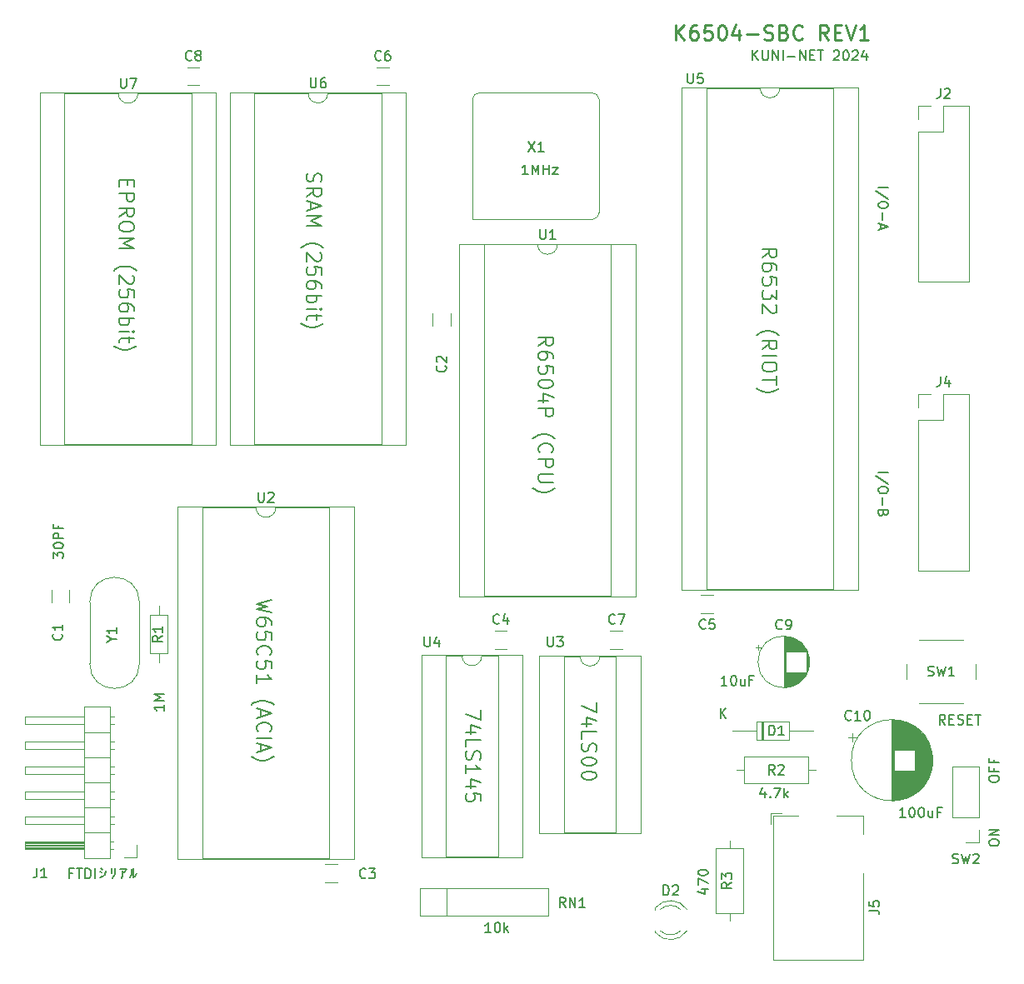
<source format=gto>
G04 #@! TF.GenerationSoftware,KiCad,Pcbnew,7.0.6-0*
G04 #@! TF.CreationDate,2024-02-24T20:21:30+09:00*
G04 #@! TF.ProjectId,K6504-SBC,4b363530-342d-4534-9243-2e6b69636164,rev?*
G04 #@! TF.SameCoordinates,PX54e0840PY90013c0*
G04 #@! TF.FileFunction,Legend,Top*
G04 #@! TF.FilePolarity,Positive*
%FSLAX46Y46*%
G04 Gerber Fmt 4.6, Leading zero omitted, Abs format (unit mm)*
G04 Created by KiCad (PCBNEW 7.0.6-0) date 2024-02-24 20:21:30*
%MOMM*%
%LPD*%
G01*
G04 APERTURE LIST*
%ADD10C,0.200000*%
%ADD11C,0.150000*%
%ADD12C,0.250000*%
%ADD13C,0.120000*%
G04 APERTURE END LIST*
D10*
X52563971Y63104137D02*
X53278257Y63604137D01*
X52563971Y63961280D02*
X54063971Y63961280D01*
X54063971Y63961280D02*
X54063971Y63389851D01*
X54063971Y63389851D02*
X53992542Y63246994D01*
X53992542Y63246994D02*
X53921114Y63175565D01*
X53921114Y63175565D02*
X53778257Y63104137D01*
X53778257Y63104137D02*
X53563971Y63104137D01*
X53563971Y63104137D02*
X53421114Y63175565D01*
X53421114Y63175565D02*
X53349685Y63246994D01*
X53349685Y63246994D02*
X53278257Y63389851D01*
X53278257Y63389851D02*
X53278257Y63961280D01*
X54063971Y61818422D02*
X54063971Y62104137D01*
X54063971Y62104137D02*
X53992542Y62246994D01*
X53992542Y62246994D02*
X53921114Y62318422D01*
X53921114Y62318422D02*
X53706828Y62461280D01*
X53706828Y62461280D02*
X53421114Y62532708D01*
X53421114Y62532708D02*
X52849685Y62532708D01*
X52849685Y62532708D02*
X52706828Y62461280D01*
X52706828Y62461280D02*
X52635400Y62389851D01*
X52635400Y62389851D02*
X52563971Y62246994D01*
X52563971Y62246994D02*
X52563971Y61961280D01*
X52563971Y61961280D02*
X52635400Y61818422D01*
X52635400Y61818422D02*
X52706828Y61746994D01*
X52706828Y61746994D02*
X52849685Y61675565D01*
X52849685Y61675565D02*
X53206828Y61675565D01*
X53206828Y61675565D02*
X53349685Y61746994D01*
X53349685Y61746994D02*
X53421114Y61818422D01*
X53421114Y61818422D02*
X53492542Y61961280D01*
X53492542Y61961280D02*
X53492542Y62246994D01*
X53492542Y62246994D02*
X53421114Y62389851D01*
X53421114Y62389851D02*
X53349685Y62461280D01*
X53349685Y62461280D02*
X53206828Y62532708D01*
X54063971Y60318423D02*
X54063971Y61032709D01*
X54063971Y61032709D02*
X53349685Y61104137D01*
X53349685Y61104137D02*
X53421114Y61032709D01*
X53421114Y61032709D02*
X53492542Y60889851D01*
X53492542Y60889851D02*
X53492542Y60532709D01*
X53492542Y60532709D02*
X53421114Y60389851D01*
X53421114Y60389851D02*
X53349685Y60318423D01*
X53349685Y60318423D02*
X53206828Y60246994D01*
X53206828Y60246994D02*
X52849685Y60246994D01*
X52849685Y60246994D02*
X52706828Y60318423D01*
X52706828Y60318423D02*
X52635400Y60389851D01*
X52635400Y60389851D02*
X52563971Y60532709D01*
X52563971Y60532709D02*
X52563971Y60889851D01*
X52563971Y60889851D02*
X52635400Y61032709D01*
X52635400Y61032709D02*
X52706828Y61104137D01*
X54063971Y59318423D02*
X54063971Y59175566D01*
X54063971Y59175566D02*
X53992542Y59032709D01*
X53992542Y59032709D02*
X53921114Y58961280D01*
X53921114Y58961280D02*
X53778257Y58889852D01*
X53778257Y58889852D02*
X53492542Y58818423D01*
X53492542Y58818423D02*
X53135400Y58818423D01*
X53135400Y58818423D02*
X52849685Y58889852D01*
X52849685Y58889852D02*
X52706828Y58961280D01*
X52706828Y58961280D02*
X52635400Y59032709D01*
X52635400Y59032709D02*
X52563971Y59175566D01*
X52563971Y59175566D02*
X52563971Y59318423D01*
X52563971Y59318423D02*
X52635400Y59461280D01*
X52635400Y59461280D02*
X52706828Y59532709D01*
X52706828Y59532709D02*
X52849685Y59604138D01*
X52849685Y59604138D02*
X53135400Y59675566D01*
X53135400Y59675566D02*
X53492542Y59675566D01*
X53492542Y59675566D02*
X53778257Y59604138D01*
X53778257Y59604138D02*
X53921114Y59532709D01*
X53921114Y59532709D02*
X53992542Y59461280D01*
X53992542Y59461280D02*
X54063971Y59318423D01*
X53563971Y57532709D02*
X52563971Y57532709D01*
X54135400Y57889852D02*
X53063971Y58246995D01*
X53063971Y58246995D02*
X53063971Y57318424D01*
X52563971Y56746996D02*
X54063971Y56746996D01*
X54063971Y56746996D02*
X54063971Y56175567D01*
X54063971Y56175567D02*
X53992542Y56032710D01*
X53992542Y56032710D02*
X53921114Y55961281D01*
X53921114Y55961281D02*
X53778257Y55889853D01*
X53778257Y55889853D02*
X53563971Y55889853D01*
X53563971Y55889853D02*
X53421114Y55961281D01*
X53421114Y55961281D02*
X53349685Y56032710D01*
X53349685Y56032710D02*
X53278257Y56175567D01*
X53278257Y56175567D02*
X53278257Y56746996D01*
X51992542Y53675567D02*
X52063971Y53746996D01*
X52063971Y53746996D02*
X52278257Y53889853D01*
X52278257Y53889853D02*
X52421114Y53961281D01*
X52421114Y53961281D02*
X52635400Y54032710D01*
X52635400Y54032710D02*
X52992542Y54104139D01*
X52992542Y54104139D02*
X53278257Y54104139D01*
X53278257Y54104139D02*
X53635400Y54032710D01*
X53635400Y54032710D02*
X53849685Y53961281D01*
X53849685Y53961281D02*
X53992542Y53889853D01*
X53992542Y53889853D02*
X54206828Y53746996D01*
X54206828Y53746996D02*
X54278257Y53675567D01*
X52706828Y52246996D02*
X52635400Y52318424D01*
X52635400Y52318424D02*
X52563971Y52532710D01*
X52563971Y52532710D02*
X52563971Y52675567D01*
X52563971Y52675567D02*
X52635400Y52889853D01*
X52635400Y52889853D02*
X52778257Y53032710D01*
X52778257Y53032710D02*
X52921114Y53104139D01*
X52921114Y53104139D02*
X53206828Y53175567D01*
X53206828Y53175567D02*
X53421114Y53175567D01*
X53421114Y53175567D02*
X53706828Y53104139D01*
X53706828Y53104139D02*
X53849685Y53032710D01*
X53849685Y53032710D02*
X53992542Y52889853D01*
X53992542Y52889853D02*
X54063971Y52675567D01*
X54063971Y52675567D02*
X54063971Y52532710D01*
X54063971Y52532710D02*
X53992542Y52318424D01*
X53992542Y52318424D02*
X53921114Y52246996D01*
X52563971Y51604139D02*
X54063971Y51604139D01*
X54063971Y51604139D02*
X54063971Y51032710D01*
X54063971Y51032710D02*
X53992542Y50889853D01*
X53992542Y50889853D02*
X53921114Y50818424D01*
X53921114Y50818424D02*
X53778257Y50746996D01*
X53778257Y50746996D02*
X53563971Y50746996D01*
X53563971Y50746996D02*
X53421114Y50818424D01*
X53421114Y50818424D02*
X53349685Y50889853D01*
X53349685Y50889853D02*
X53278257Y51032710D01*
X53278257Y51032710D02*
X53278257Y51604139D01*
X54063971Y50104139D02*
X52849685Y50104139D01*
X52849685Y50104139D02*
X52706828Y50032710D01*
X52706828Y50032710D02*
X52635400Y49961281D01*
X52635400Y49961281D02*
X52563971Y49818424D01*
X52563971Y49818424D02*
X52563971Y49532710D01*
X52563971Y49532710D02*
X52635400Y49389853D01*
X52635400Y49389853D02*
X52706828Y49318424D01*
X52706828Y49318424D02*
X52849685Y49246996D01*
X52849685Y49246996D02*
X54063971Y49246996D01*
X51992542Y48675567D02*
X52063971Y48604138D01*
X52063971Y48604138D02*
X52278257Y48461281D01*
X52278257Y48461281D02*
X52421114Y48389852D01*
X52421114Y48389852D02*
X52635400Y48318424D01*
X52635400Y48318424D02*
X52992542Y48246995D01*
X52992542Y48246995D02*
X53278257Y48246995D01*
X53278257Y48246995D02*
X53635400Y48318424D01*
X53635400Y48318424D02*
X53849685Y48389852D01*
X53849685Y48389852D02*
X53992542Y48461281D01*
X53992542Y48461281D02*
X54206828Y48604138D01*
X54206828Y48604138D02*
X54278257Y48675567D01*
X51503482Y80522781D02*
X50932054Y80522781D01*
X51217768Y80522781D02*
X51217768Y81522781D01*
X51217768Y81522781D02*
X51122530Y81379924D01*
X51122530Y81379924D02*
X51027292Y81284686D01*
X51027292Y81284686D02*
X50932054Y81237067D01*
X51932054Y80522781D02*
X51932054Y81522781D01*
X51932054Y81522781D02*
X52265387Y80808496D01*
X52265387Y80808496D02*
X52598720Y81522781D01*
X52598720Y81522781D02*
X52598720Y80522781D01*
X53074911Y80522781D02*
X53074911Y81522781D01*
X53074911Y81046591D02*
X53646339Y81046591D01*
X53646339Y80522781D02*
X53646339Y81522781D01*
X54027292Y81189448D02*
X54551101Y81189448D01*
X54551101Y81189448D02*
X54027292Y80522781D01*
X54027292Y80522781D02*
X54551101Y80522781D01*
X29085400Y80632708D02*
X29013971Y80418422D01*
X29013971Y80418422D02*
X29013971Y80061280D01*
X29013971Y80061280D02*
X29085400Y79918422D01*
X29085400Y79918422D02*
X29156828Y79846994D01*
X29156828Y79846994D02*
X29299685Y79775565D01*
X29299685Y79775565D02*
X29442542Y79775565D01*
X29442542Y79775565D02*
X29585400Y79846994D01*
X29585400Y79846994D02*
X29656828Y79918422D01*
X29656828Y79918422D02*
X29728257Y80061280D01*
X29728257Y80061280D02*
X29799685Y80346994D01*
X29799685Y80346994D02*
X29871114Y80489851D01*
X29871114Y80489851D02*
X29942542Y80561280D01*
X29942542Y80561280D02*
X30085400Y80632708D01*
X30085400Y80632708D02*
X30228257Y80632708D01*
X30228257Y80632708D02*
X30371114Y80561280D01*
X30371114Y80561280D02*
X30442542Y80489851D01*
X30442542Y80489851D02*
X30513971Y80346994D01*
X30513971Y80346994D02*
X30513971Y79989851D01*
X30513971Y79989851D02*
X30442542Y79775565D01*
X29013971Y78275566D02*
X29728257Y78775566D01*
X29013971Y79132709D02*
X30513971Y79132709D01*
X30513971Y79132709D02*
X30513971Y78561280D01*
X30513971Y78561280D02*
X30442542Y78418423D01*
X30442542Y78418423D02*
X30371114Y78346994D01*
X30371114Y78346994D02*
X30228257Y78275566D01*
X30228257Y78275566D02*
X30013971Y78275566D01*
X30013971Y78275566D02*
X29871114Y78346994D01*
X29871114Y78346994D02*
X29799685Y78418423D01*
X29799685Y78418423D02*
X29728257Y78561280D01*
X29728257Y78561280D02*
X29728257Y79132709D01*
X29442542Y77704137D02*
X29442542Y76989851D01*
X29013971Y77846994D02*
X30513971Y77346994D01*
X30513971Y77346994D02*
X29013971Y76846994D01*
X29013971Y76346995D02*
X30513971Y76346995D01*
X30513971Y76346995D02*
X29442542Y75846995D01*
X29442542Y75846995D02*
X30513971Y75346995D01*
X30513971Y75346995D02*
X29013971Y75346995D01*
X28442542Y73061280D02*
X28513971Y73132709D01*
X28513971Y73132709D02*
X28728257Y73275566D01*
X28728257Y73275566D02*
X28871114Y73346994D01*
X28871114Y73346994D02*
X29085400Y73418423D01*
X29085400Y73418423D02*
X29442542Y73489852D01*
X29442542Y73489852D02*
X29728257Y73489852D01*
X29728257Y73489852D02*
X30085400Y73418423D01*
X30085400Y73418423D02*
X30299685Y73346994D01*
X30299685Y73346994D02*
X30442542Y73275566D01*
X30442542Y73275566D02*
X30656828Y73132709D01*
X30656828Y73132709D02*
X30728257Y73061280D01*
X30371114Y72561280D02*
X30442542Y72489852D01*
X30442542Y72489852D02*
X30513971Y72346994D01*
X30513971Y72346994D02*
X30513971Y71989852D01*
X30513971Y71989852D02*
X30442542Y71846994D01*
X30442542Y71846994D02*
X30371114Y71775566D01*
X30371114Y71775566D02*
X30228257Y71704137D01*
X30228257Y71704137D02*
X30085400Y71704137D01*
X30085400Y71704137D02*
X29871114Y71775566D01*
X29871114Y71775566D02*
X29013971Y72632709D01*
X29013971Y72632709D02*
X29013971Y71704137D01*
X30513971Y70346995D02*
X30513971Y71061281D01*
X30513971Y71061281D02*
X29799685Y71132709D01*
X29799685Y71132709D02*
X29871114Y71061281D01*
X29871114Y71061281D02*
X29942542Y70918423D01*
X29942542Y70918423D02*
X29942542Y70561281D01*
X29942542Y70561281D02*
X29871114Y70418423D01*
X29871114Y70418423D02*
X29799685Y70346995D01*
X29799685Y70346995D02*
X29656828Y70275566D01*
X29656828Y70275566D02*
X29299685Y70275566D01*
X29299685Y70275566D02*
X29156828Y70346995D01*
X29156828Y70346995D02*
X29085400Y70418423D01*
X29085400Y70418423D02*
X29013971Y70561281D01*
X29013971Y70561281D02*
X29013971Y70918423D01*
X29013971Y70918423D02*
X29085400Y71061281D01*
X29085400Y71061281D02*
X29156828Y71132709D01*
X30513971Y68989852D02*
X30513971Y69275567D01*
X30513971Y69275567D02*
X30442542Y69418424D01*
X30442542Y69418424D02*
X30371114Y69489852D01*
X30371114Y69489852D02*
X30156828Y69632710D01*
X30156828Y69632710D02*
X29871114Y69704138D01*
X29871114Y69704138D02*
X29299685Y69704138D01*
X29299685Y69704138D02*
X29156828Y69632710D01*
X29156828Y69632710D02*
X29085400Y69561281D01*
X29085400Y69561281D02*
X29013971Y69418424D01*
X29013971Y69418424D02*
X29013971Y69132710D01*
X29013971Y69132710D02*
X29085400Y68989852D01*
X29085400Y68989852D02*
X29156828Y68918424D01*
X29156828Y68918424D02*
X29299685Y68846995D01*
X29299685Y68846995D02*
X29656828Y68846995D01*
X29656828Y68846995D02*
X29799685Y68918424D01*
X29799685Y68918424D02*
X29871114Y68989852D01*
X29871114Y68989852D02*
X29942542Y69132710D01*
X29942542Y69132710D02*
X29942542Y69418424D01*
X29942542Y69418424D02*
X29871114Y69561281D01*
X29871114Y69561281D02*
X29799685Y69632710D01*
X29799685Y69632710D02*
X29656828Y69704138D01*
X29013971Y68204139D02*
X30513971Y68204139D01*
X29942542Y68204139D02*
X30013971Y68061281D01*
X30013971Y68061281D02*
X30013971Y67775567D01*
X30013971Y67775567D02*
X29942542Y67632710D01*
X29942542Y67632710D02*
X29871114Y67561281D01*
X29871114Y67561281D02*
X29728257Y67489853D01*
X29728257Y67489853D02*
X29299685Y67489853D01*
X29299685Y67489853D02*
X29156828Y67561281D01*
X29156828Y67561281D02*
X29085400Y67632710D01*
X29085400Y67632710D02*
X29013971Y67775567D01*
X29013971Y67775567D02*
X29013971Y68061281D01*
X29013971Y68061281D02*
X29085400Y68204139D01*
X29013971Y66846996D02*
X30013971Y66846996D01*
X30513971Y66846996D02*
X30442542Y66918424D01*
X30442542Y66918424D02*
X30371114Y66846996D01*
X30371114Y66846996D02*
X30442542Y66775567D01*
X30442542Y66775567D02*
X30513971Y66846996D01*
X30513971Y66846996D02*
X30371114Y66846996D01*
X30013971Y66346995D02*
X30013971Y65775567D01*
X30513971Y66132710D02*
X29228257Y66132710D01*
X29228257Y66132710D02*
X29085400Y66061281D01*
X29085400Y66061281D02*
X29013971Y65918424D01*
X29013971Y65918424D02*
X29013971Y65775567D01*
X28442542Y65418424D02*
X28513971Y65346995D01*
X28513971Y65346995D02*
X28728257Y65204138D01*
X28728257Y65204138D02*
X28871114Y65132709D01*
X28871114Y65132709D02*
X29085400Y65061281D01*
X29085400Y65061281D02*
X29442542Y64989852D01*
X29442542Y64989852D02*
X29728257Y64989852D01*
X29728257Y64989852D02*
X30085400Y65061281D01*
X30085400Y65061281D02*
X30299685Y65132709D01*
X30299685Y65132709D02*
X30442542Y65204138D01*
X30442542Y65204138D02*
X30656828Y65346995D01*
X30656828Y65346995D02*
X30728257Y65418424D01*
D11*
X98369819Y12527256D02*
X98369819Y12717732D01*
X98369819Y12717732D02*
X98417438Y12812970D01*
X98417438Y12812970D02*
X98512676Y12908208D01*
X98512676Y12908208D02*
X98703152Y12955827D01*
X98703152Y12955827D02*
X99036485Y12955827D01*
X99036485Y12955827D02*
X99226961Y12908208D01*
X99226961Y12908208D02*
X99322200Y12812970D01*
X99322200Y12812970D02*
X99369819Y12717732D01*
X99369819Y12717732D02*
X99369819Y12527256D01*
X99369819Y12527256D02*
X99322200Y12432018D01*
X99322200Y12432018D02*
X99226961Y12336780D01*
X99226961Y12336780D02*
X99036485Y12289161D01*
X99036485Y12289161D02*
X98703152Y12289161D01*
X98703152Y12289161D02*
X98512676Y12336780D01*
X98512676Y12336780D02*
X98417438Y12432018D01*
X98417438Y12432018D02*
X98369819Y12527256D01*
X99369819Y13384399D02*
X98369819Y13384399D01*
X98369819Y13384399D02*
X99369819Y13955827D01*
X99369819Y13955827D02*
X98369819Y13955827D01*
X75585350Y17856848D02*
X75585350Y17190181D01*
X75347255Y18237800D02*
X75109160Y17523515D01*
X75109160Y17523515D02*
X75728207Y17523515D01*
X76109160Y17285420D02*
X76156779Y17237800D01*
X76156779Y17237800D02*
X76109160Y17190181D01*
X76109160Y17190181D02*
X76061541Y17237800D01*
X76061541Y17237800D02*
X76109160Y17285420D01*
X76109160Y17285420D02*
X76109160Y17190181D01*
X76490112Y18190181D02*
X77156778Y18190181D01*
X77156778Y18190181D02*
X76728207Y17190181D01*
X77537731Y17190181D02*
X77537731Y18190181D01*
X77632969Y17571134D02*
X77918683Y17190181D01*
X77918683Y17856848D02*
X77537731Y17475896D01*
X89870588Y15210181D02*
X89299160Y15210181D01*
X89584874Y15210181D02*
X89584874Y16210181D01*
X89584874Y16210181D02*
X89489636Y16067324D01*
X89489636Y16067324D02*
X89394398Y15972086D01*
X89394398Y15972086D02*
X89299160Y15924467D01*
X90489636Y16210181D02*
X90584874Y16210181D01*
X90584874Y16210181D02*
X90680112Y16162562D01*
X90680112Y16162562D02*
X90727731Y16114943D01*
X90727731Y16114943D02*
X90775350Y16019705D01*
X90775350Y16019705D02*
X90822969Y15829229D01*
X90822969Y15829229D02*
X90822969Y15591134D01*
X90822969Y15591134D02*
X90775350Y15400658D01*
X90775350Y15400658D02*
X90727731Y15305420D01*
X90727731Y15305420D02*
X90680112Y15257800D01*
X90680112Y15257800D02*
X90584874Y15210181D01*
X90584874Y15210181D02*
X90489636Y15210181D01*
X90489636Y15210181D02*
X90394398Y15257800D01*
X90394398Y15257800D02*
X90346779Y15305420D01*
X90346779Y15305420D02*
X90299160Y15400658D01*
X90299160Y15400658D02*
X90251541Y15591134D01*
X90251541Y15591134D02*
X90251541Y15829229D01*
X90251541Y15829229D02*
X90299160Y16019705D01*
X90299160Y16019705D02*
X90346779Y16114943D01*
X90346779Y16114943D02*
X90394398Y16162562D01*
X90394398Y16162562D02*
X90489636Y16210181D01*
X91442017Y16210181D02*
X91537255Y16210181D01*
X91537255Y16210181D02*
X91632493Y16162562D01*
X91632493Y16162562D02*
X91680112Y16114943D01*
X91680112Y16114943D02*
X91727731Y16019705D01*
X91727731Y16019705D02*
X91775350Y15829229D01*
X91775350Y15829229D02*
X91775350Y15591134D01*
X91775350Y15591134D02*
X91727731Y15400658D01*
X91727731Y15400658D02*
X91680112Y15305420D01*
X91680112Y15305420D02*
X91632493Y15257800D01*
X91632493Y15257800D02*
X91537255Y15210181D01*
X91537255Y15210181D02*
X91442017Y15210181D01*
X91442017Y15210181D02*
X91346779Y15257800D01*
X91346779Y15257800D02*
X91299160Y15305420D01*
X91299160Y15305420D02*
X91251541Y15400658D01*
X91251541Y15400658D02*
X91203922Y15591134D01*
X91203922Y15591134D02*
X91203922Y15829229D01*
X91203922Y15829229D02*
X91251541Y16019705D01*
X91251541Y16019705D02*
X91299160Y16114943D01*
X91299160Y16114943D02*
X91346779Y16162562D01*
X91346779Y16162562D02*
X91442017Y16210181D01*
X92632493Y15876848D02*
X92632493Y15210181D01*
X92203922Y15876848D02*
X92203922Y15353039D01*
X92203922Y15353039D02*
X92251541Y15257800D01*
X92251541Y15257800D02*
X92346779Y15210181D01*
X92346779Y15210181D02*
X92489636Y15210181D01*
X92489636Y15210181D02*
X92584874Y15257800D01*
X92584874Y15257800D02*
X92632493Y15305420D01*
X93442017Y15733991D02*
X93108684Y15733991D01*
X93108684Y15210181D02*
X93108684Y16210181D01*
X93108684Y16210181D02*
X93584874Y16210181D01*
D12*
X66521615Y94196572D02*
X66521615Y95696572D01*
X67378758Y94196572D02*
X66735901Y95053715D01*
X67378758Y95696572D02*
X66521615Y94839429D01*
X68664473Y95696572D02*
X68378758Y95696572D01*
X68378758Y95696572D02*
X68235901Y95625143D01*
X68235901Y95625143D02*
X68164473Y95553715D01*
X68164473Y95553715D02*
X68021615Y95339429D01*
X68021615Y95339429D02*
X67950187Y95053715D01*
X67950187Y95053715D02*
X67950187Y94482286D01*
X67950187Y94482286D02*
X68021615Y94339429D01*
X68021615Y94339429D02*
X68093044Y94268000D01*
X68093044Y94268000D02*
X68235901Y94196572D01*
X68235901Y94196572D02*
X68521615Y94196572D01*
X68521615Y94196572D02*
X68664473Y94268000D01*
X68664473Y94268000D02*
X68735901Y94339429D01*
X68735901Y94339429D02*
X68807330Y94482286D01*
X68807330Y94482286D02*
X68807330Y94839429D01*
X68807330Y94839429D02*
X68735901Y94982286D01*
X68735901Y94982286D02*
X68664473Y95053715D01*
X68664473Y95053715D02*
X68521615Y95125143D01*
X68521615Y95125143D02*
X68235901Y95125143D01*
X68235901Y95125143D02*
X68093044Y95053715D01*
X68093044Y95053715D02*
X68021615Y94982286D01*
X68021615Y94982286D02*
X67950187Y94839429D01*
X70164472Y95696572D02*
X69450186Y95696572D01*
X69450186Y95696572D02*
X69378758Y94982286D01*
X69378758Y94982286D02*
X69450186Y95053715D01*
X69450186Y95053715D02*
X69593044Y95125143D01*
X69593044Y95125143D02*
X69950186Y95125143D01*
X69950186Y95125143D02*
X70093044Y95053715D01*
X70093044Y95053715D02*
X70164472Y94982286D01*
X70164472Y94982286D02*
X70235901Y94839429D01*
X70235901Y94839429D02*
X70235901Y94482286D01*
X70235901Y94482286D02*
X70164472Y94339429D01*
X70164472Y94339429D02*
X70093044Y94268000D01*
X70093044Y94268000D02*
X69950186Y94196572D01*
X69950186Y94196572D02*
X69593044Y94196572D01*
X69593044Y94196572D02*
X69450186Y94268000D01*
X69450186Y94268000D02*
X69378758Y94339429D01*
X71164472Y95696572D02*
X71307329Y95696572D01*
X71307329Y95696572D02*
X71450186Y95625143D01*
X71450186Y95625143D02*
X71521615Y95553715D01*
X71521615Y95553715D02*
X71593043Y95410858D01*
X71593043Y95410858D02*
X71664472Y95125143D01*
X71664472Y95125143D02*
X71664472Y94768000D01*
X71664472Y94768000D02*
X71593043Y94482286D01*
X71593043Y94482286D02*
X71521615Y94339429D01*
X71521615Y94339429D02*
X71450186Y94268000D01*
X71450186Y94268000D02*
X71307329Y94196572D01*
X71307329Y94196572D02*
X71164472Y94196572D01*
X71164472Y94196572D02*
X71021615Y94268000D01*
X71021615Y94268000D02*
X70950186Y94339429D01*
X70950186Y94339429D02*
X70878757Y94482286D01*
X70878757Y94482286D02*
X70807329Y94768000D01*
X70807329Y94768000D02*
X70807329Y95125143D01*
X70807329Y95125143D02*
X70878757Y95410858D01*
X70878757Y95410858D02*
X70950186Y95553715D01*
X70950186Y95553715D02*
X71021615Y95625143D01*
X71021615Y95625143D02*
X71164472Y95696572D01*
X72950186Y95196572D02*
X72950186Y94196572D01*
X72593043Y95768000D02*
X72235900Y94696572D01*
X72235900Y94696572D02*
X73164471Y94696572D01*
X73735899Y94768000D02*
X74878757Y94768000D01*
X75521614Y94268000D02*
X75735900Y94196572D01*
X75735900Y94196572D02*
X76093042Y94196572D01*
X76093042Y94196572D02*
X76235900Y94268000D01*
X76235900Y94268000D02*
X76307328Y94339429D01*
X76307328Y94339429D02*
X76378757Y94482286D01*
X76378757Y94482286D02*
X76378757Y94625143D01*
X76378757Y94625143D02*
X76307328Y94768000D01*
X76307328Y94768000D02*
X76235900Y94839429D01*
X76235900Y94839429D02*
X76093042Y94910858D01*
X76093042Y94910858D02*
X75807328Y94982286D01*
X75807328Y94982286D02*
X75664471Y95053715D01*
X75664471Y95053715D02*
X75593042Y95125143D01*
X75593042Y95125143D02*
X75521614Y95268000D01*
X75521614Y95268000D02*
X75521614Y95410858D01*
X75521614Y95410858D02*
X75593042Y95553715D01*
X75593042Y95553715D02*
X75664471Y95625143D01*
X75664471Y95625143D02*
X75807328Y95696572D01*
X75807328Y95696572D02*
X76164471Y95696572D01*
X76164471Y95696572D02*
X76378757Y95625143D01*
X77521613Y94982286D02*
X77735899Y94910858D01*
X77735899Y94910858D02*
X77807328Y94839429D01*
X77807328Y94839429D02*
X77878756Y94696572D01*
X77878756Y94696572D02*
X77878756Y94482286D01*
X77878756Y94482286D02*
X77807328Y94339429D01*
X77807328Y94339429D02*
X77735899Y94268000D01*
X77735899Y94268000D02*
X77593042Y94196572D01*
X77593042Y94196572D02*
X77021613Y94196572D01*
X77021613Y94196572D02*
X77021613Y95696572D01*
X77021613Y95696572D02*
X77521613Y95696572D01*
X77521613Y95696572D02*
X77664471Y95625143D01*
X77664471Y95625143D02*
X77735899Y95553715D01*
X77735899Y95553715D02*
X77807328Y95410858D01*
X77807328Y95410858D02*
X77807328Y95268000D01*
X77807328Y95268000D02*
X77735899Y95125143D01*
X77735899Y95125143D02*
X77664471Y95053715D01*
X77664471Y95053715D02*
X77521613Y94982286D01*
X77521613Y94982286D02*
X77021613Y94982286D01*
X79378756Y94339429D02*
X79307328Y94268000D01*
X79307328Y94268000D02*
X79093042Y94196572D01*
X79093042Y94196572D02*
X78950185Y94196572D01*
X78950185Y94196572D02*
X78735899Y94268000D01*
X78735899Y94268000D02*
X78593042Y94410858D01*
X78593042Y94410858D02*
X78521613Y94553715D01*
X78521613Y94553715D02*
X78450185Y94839429D01*
X78450185Y94839429D02*
X78450185Y95053715D01*
X78450185Y95053715D02*
X78521613Y95339429D01*
X78521613Y95339429D02*
X78593042Y95482286D01*
X78593042Y95482286D02*
X78735899Y95625143D01*
X78735899Y95625143D02*
X78950185Y95696572D01*
X78950185Y95696572D02*
X79093042Y95696572D01*
X79093042Y95696572D02*
X79307328Y95625143D01*
X79307328Y95625143D02*
X79378756Y95553715D01*
X82021613Y94196572D02*
X81521613Y94910858D01*
X81164470Y94196572D02*
X81164470Y95696572D01*
X81164470Y95696572D02*
X81735899Y95696572D01*
X81735899Y95696572D02*
X81878756Y95625143D01*
X81878756Y95625143D02*
X81950185Y95553715D01*
X81950185Y95553715D02*
X82021613Y95410858D01*
X82021613Y95410858D02*
X82021613Y95196572D01*
X82021613Y95196572D02*
X81950185Y95053715D01*
X81950185Y95053715D02*
X81878756Y94982286D01*
X81878756Y94982286D02*
X81735899Y94910858D01*
X81735899Y94910858D02*
X81164470Y94910858D01*
X82664470Y94982286D02*
X83164470Y94982286D01*
X83378756Y94196572D02*
X82664470Y94196572D01*
X82664470Y94196572D02*
X82664470Y95696572D01*
X82664470Y95696572D02*
X83378756Y95696572D01*
X83807328Y95696572D02*
X84307328Y94196572D01*
X84307328Y94196572D02*
X84807328Y95696572D01*
X86093042Y94196572D02*
X85235899Y94196572D01*
X85664470Y94196572D02*
X85664470Y95696572D01*
X85664470Y95696572D02*
X85521613Y95482286D01*
X85521613Y95482286D02*
X85378756Y95339429D01*
X85378756Y95339429D02*
X85235899Y95268000D01*
D11*
X69123152Y7875351D02*
X69789819Y7875351D01*
X68742200Y7637256D02*
X69456485Y7399161D01*
X69456485Y7399161D02*
X69456485Y8018208D01*
X68789819Y8303923D02*
X68789819Y8970589D01*
X68789819Y8970589D02*
X69789819Y8542018D01*
X68789819Y9542018D02*
X68789819Y9637256D01*
X68789819Y9637256D02*
X68837438Y9732494D01*
X68837438Y9732494D02*
X68885057Y9780113D01*
X68885057Y9780113D02*
X68980295Y9827732D01*
X68980295Y9827732D02*
X69170771Y9875351D01*
X69170771Y9875351D02*
X69408866Y9875351D01*
X69408866Y9875351D02*
X69599342Y9827732D01*
X69599342Y9827732D02*
X69694580Y9780113D01*
X69694580Y9780113D02*
X69742200Y9732494D01*
X69742200Y9732494D02*
X69789819Y9637256D01*
X69789819Y9637256D02*
X69789819Y9542018D01*
X69789819Y9542018D02*
X69742200Y9446780D01*
X69742200Y9446780D02*
X69694580Y9399161D01*
X69694580Y9399161D02*
X69599342Y9351542D01*
X69599342Y9351542D02*
X69408866Y9303923D01*
X69408866Y9303923D02*
X69170771Y9303923D01*
X69170771Y9303923D02*
X68980295Y9351542D01*
X68980295Y9351542D02*
X68885057Y9399161D01*
X68885057Y9399161D02*
X68837438Y9446780D01*
X68837438Y9446780D02*
X68789819Y9542018D01*
X5250112Y9513991D02*
X4916779Y9513991D01*
X4916779Y8990181D02*
X4916779Y9990181D01*
X4916779Y9990181D02*
X5392969Y9990181D01*
X5631065Y9990181D02*
X6202493Y9990181D01*
X5916779Y8990181D02*
X5916779Y9990181D01*
X6535827Y8990181D02*
X6535827Y9990181D01*
X6535827Y9990181D02*
X6773922Y9990181D01*
X6773922Y9990181D02*
X6916779Y9942562D01*
X6916779Y9942562D02*
X7012017Y9847324D01*
X7012017Y9847324D02*
X7059636Y9752086D01*
X7059636Y9752086D02*
X7107255Y9561610D01*
X7107255Y9561610D02*
X7107255Y9418753D01*
X7107255Y9418753D02*
X7059636Y9228277D01*
X7059636Y9228277D02*
X7012017Y9133039D01*
X7012017Y9133039D02*
X6916779Y9037800D01*
X6916779Y9037800D02*
X6773922Y8990181D01*
X6773922Y8990181D02*
X6535827Y8990181D01*
X7535827Y8990181D02*
X7535827Y9990181D01*
X8107255Y9990181D02*
X8250112Y9847324D01*
X8012017Y9704467D02*
X8154874Y9561610D01*
X8012017Y9085420D02*
X8250112Y9180658D01*
X8250112Y9180658D02*
X8392969Y9275896D01*
X8392969Y9275896D02*
X8488207Y9371134D01*
X8488207Y9371134D02*
X8631064Y9752086D01*
X9202493Y10037800D02*
X9202493Y9513991D01*
X9535826Y10037800D02*
X9535826Y9656848D01*
X9535826Y9656848D02*
X9535826Y9466372D01*
X9535826Y9466372D02*
X9440588Y9275896D01*
X9440588Y9275896D02*
X9392969Y9180658D01*
X9392969Y9180658D02*
X9250112Y9037800D01*
X10059636Y9942562D02*
X10726302Y9942562D01*
X10726302Y9942562D02*
X10678683Y9847324D01*
X10678683Y9847324D02*
X10583445Y9704467D01*
X10583445Y9704467D02*
X10440588Y9609229D01*
X10345350Y9799705D02*
X10345350Y9466372D01*
X10345350Y9466372D02*
X10345350Y9371134D01*
X10345350Y9371134D02*
X10297731Y9228277D01*
X10297731Y9228277D02*
X10202493Y8990181D01*
X11250112Y9942562D02*
X11250112Y9561610D01*
X11250112Y9561610D02*
X11202493Y9371134D01*
X11202493Y9371134D02*
X11154874Y9228277D01*
X11154874Y9228277D02*
X11107255Y9085420D01*
X11440588Y10037800D02*
X11440588Y9085420D01*
X11440588Y9085420D02*
X11535826Y9180658D01*
X11535826Y9180658D02*
X11631064Y9323515D01*
X11631064Y9323515D02*
X11726302Y9513991D01*
X93908207Y24630181D02*
X93574874Y25106372D01*
X93336779Y24630181D02*
X93336779Y25630181D01*
X93336779Y25630181D02*
X93717731Y25630181D01*
X93717731Y25630181D02*
X93812969Y25582562D01*
X93812969Y25582562D02*
X93860588Y25534943D01*
X93860588Y25534943D02*
X93908207Y25439705D01*
X93908207Y25439705D02*
X93908207Y25296848D01*
X93908207Y25296848D02*
X93860588Y25201610D01*
X93860588Y25201610D02*
X93812969Y25153991D01*
X93812969Y25153991D02*
X93717731Y25106372D01*
X93717731Y25106372D02*
X93336779Y25106372D01*
X94336779Y25153991D02*
X94670112Y25153991D01*
X94812969Y24630181D02*
X94336779Y24630181D01*
X94336779Y24630181D02*
X94336779Y25630181D01*
X94336779Y25630181D02*
X94812969Y25630181D01*
X95193922Y24677800D02*
X95336779Y24630181D01*
X95336779Y24630181D02*
X95574874Y24630181D01*
X95574874Y24630181D02*
X95670112Y24677800D01*
X95670112Y24677800D02*
X95717731Y24725420D01*
X95717731Y24725420D02*
X95765350Y24820658D01*
X95765350Y24820658D02*
X95765350Y24915896D01*
X95765350Y24915896D02*
X95717731Y25011134D01*
X95717731Y25011134D02*
X95670112Y25058753D01*
X95670112Y25058753D02*
X95574874Y25106372D01*
X95574874Y25106372D02*
X95384398Y25153991D01*
X95384398Y25153991D02*
X95289160Y25201610D01*
X95289160Y25201610D02*
X95241541Y25249229D01*
X95241541Y25249229D02*
X95193922Y25344467D01*
X95193922Y25344467D02*
X95193922Y25439705D01*
X95193922Y25439705D02*
X95241541Y25534943D01*
X95241541Y25534943D02*
X95289160Y25582562D01*
X95289160Y25582562D02*
X95384398Y25630181D01*
X95384398Y25630181D02*
X95622493Y25630181D01*
X95622493Y25630181D02*
X95765350Y25582562D01*
X96193922Y25153991D02*
X96527255Y25153991D01*
X96670112Y24630181D02*
X96193922Y24630181D01*
X96193922Y24630181D02*
X96193922Y25630181D01*
X96193922Y25630181D02*
X96670112Y25630181D01*
X96955827Y25630181D02*
X97527255Y25630181D01*
X97241541Y24630181D02*
X97241541Y25630181D01*
X98369819Y19027256D02*
X98369819Y19217732D01*
X98369819Y19217732D02*
X98417438Y19312970D01*
X98417438Y19312970D02*
X98512676Y19408208D01*
X98512676Y19408208D02*
X98703152Y19455827D01*
X98703152Y19455827D02*
X99036485Y19455827D01*
X99036485Y19455827D02*
X99226961Y19408208D01*
X99226961Y19408208D02*
X99322200Y19312970D01*
X99322200Y19312970D02*
X99369819Y19217732D01*
X99369819Y19217732D02*
X99369819Y19027256D01*
X99369819Y19027256D02*
X99322200Y18932018D01*
X99322200Y18932018D02*
X99226961Y18836780D01*
X99226961Y18836780D02*
X99036485Y18789161D01*
X99036485Y18789161D02*
X98703152Y18789161D01*
X98703152Y18789161D02*
X98512676Y18836780D01*
X98512676Y18836780D02*
X98417438Y18932018D01*
X98417438Y18932018D02*
X98369819Y19027256D01*
X98846009Y20217732D02*
X98846009Y19884399D01*
X99369819Y19884399D02*
X98369819Y19884399D01*
X98369819Y19884399D02*
X98369819Y20360589D01*
X98846009Y21074875D02*
X98846009Y20741542D01*
X99369819Y20741542D02*
X98369819Y20741542D01*
X98369819Y20741542D02*
X98369819Y21217732D01*
D10*
X87102780Y79220327D02*
X88102780Y79220327D01*
X88150400Y78029852D02*
X86864685Y78886994D01*
X88102780Y77506042D02*
X88102780Y77315566D01*
X88102780Y77315566D02*
X88055161Y77220328D01*
X88055161Y77220328D02*
X87959923Y77125090D01*
X87959923Y77125090D02*
X87769447Y77077471D01*
X87769447Y77077471D02*
X87436114Y77077471D01*
X87436114Y77077471D02*
X87245638Y77125090D01*
X87245638Y77125090D02*
X87150400Y77220328D01*
X87150400Y77220328D02*
X87102780Y77315566D01*
X87102780Y77315566D02*
X87102780Y77506042D01*
X87102780Y77506042D02*
X87150400Y77601280D01*
X87150400Y77601280D02*
X87245638Y77696518D01*
X87245638Y77696518D02*
X87436114Y77744137D01*
X87436114Y77744137D02*
X87769447Y77744137D01*
X87769447Y77744137D02*
X87959923Y77696518D01*
X87959923Y77696518D02*
X88055161Y77601280D01*
X88055161Y77601280D02*
X88102780Y77506042D01*
X87483733Y76648899D02*
X87483733Y75886994D01*
X87388495Y75458423D02*
X87388495Y74982233D01*
X87102780Y75553661D02*
X88102780Y75220328D01*
X88102780Y75220328D02*
X87102780Y74886995D01*
D11*
X74336779Y92130181D02*
X74336779Y93130181D01*
X74908207Y92130181D02*
X74479636Y92701610D01*
X74908207Y93130181D02*
X74336779Y92558753D01*
X75336779Y93130181D02*
X75336779Y92320658D01*
X75336779Y92320658D02*
X75384398Y92225420D01*
X75384398Y92225420D02*
X75432017Y92177800D01*
X75432017Y92177800D02*
X75527255Y92130181D01*
X75527255Y92130181D02*
X75717731Y92130181D01*
X75717731Y92130181D02*
X75812969Y92177800D01*
X75812969Y92177800D02*
X75860588Y92225420D01*
X75860588Y92225420D02*
X75908207Y92320658D01*
X75908207Y92320658D02*
X75908207Y93130181D01*
X76384398Y92130181D02*
X76384398Y93130181D01*
X76384398Y93130181D02*
X76955826Y92130181D01*
X76955826Y92130181D02*
X76955826Y93130181D01*
X77432017Y92130181D02*
X77432017Y93130181D01*
X77908207Y92511134D02*
X78670112Y92511134D01*
X79146302Y92130181D02*
X79146302Y93130181D01*
X79146302Y93130181D02*
X79717730Y92130181D01*
X79717730Y92130181D02*
X79717730Y93130181D01*
X80193921Y92653991D02*
X80527254Y92653991D01*
X80670111Y92130181D02*
X80193921Y92130181D01*
X80193921Y92130181D02*
X80193921Y93130181D01*
X80193921Y93130181D02*
X80670111Y93130181D01*
X80955826Y93130181D02*
X81527254Y93130181D01*
X81241540Y92130181D02*
X81241540Y93130181D01*
X82574874Y93034943D02*
X82622493Y93082562D01*
X82622493Y93082562D02*
X82717731Y93130181D01*
X82717731Y93130181D02*
X82955826Y93130181D01*
X82955826Y93130181D02*
X83051064Y93082562D01*
X83051064Y93082562D02*
X83098683Y93034943D01*
X83098683Y93034943D02*
X83146302Y92939705D01*
X83146302Y92939705D02*
X83146302Y92844467D01*
X83146302Y92844467D02*
X83098683Y92701610D01*
X83098683Y92701610D02*
X82527255Y92130181D01*
X82527255Y92130181D02*
X83146302Y92130181D01*
X83765350Y93130181D02*
X83860588Y93130181D01*
X83860588Y93130181D02*
X83955826Y93082562D01*
X83955826Y93082562D02*
X84003445Y93034943D01*
X84003445Y93034943D02*
X84051064Y92939705D01*
X84051064Y92939705D02*
X84098683Y92749229D01*
X84098683Y92749229D02*
X84098683Y92511134D01*
X84098683Y92511134D02*
X84051064Y92320658D01*
X84051064Y92320658D02*
X84003445Y92225420D01*
X84003445Y92225420D02*
X83955826Y92177800D01*
X83955826Y92177800D02*
X83860588Y92130181D01*
X83860588Y92130181D02*
X83765350Y92130181D01*
X83765350Y92130181D02*
X83670112Y92177800D01*
X83670112Y92177800D02*
X83622493Y92225420D01*
X83622493Y92225420D02*
X83574874Y92320658D01*
X83574874Y92320658D02*
X83527255Y92511134D01*
X83527255Y92511134D02*
X83527255Y92749229D01*
X83527255Y92749229D02*
X83574874Y92939705D01*
X83574874Y92939705D02*
X83622493Y93034943D01*
X83622493Y93034943D02*
X83670112Y93082562D01*
X83670112Y93082562D02*
X83765350Y93130181D01*
X84479636Y93034943D02*
X84527255Y93082562D01*
X84527255Y93082562D02*
X84622493Y93130181D01*
X84622493Y93130181D02*
X84860588Y93130181D01*
X84860588Y93130181D02*
X84955826Y93082562D01*
X84955826Y93082562D02*
X85003445Y93034943D01*
X85003445Y93034943D02*
X85051064Y92939705D01*
X85051064Y92939705D02*
X85051064Y92844467D01*
X85051064Y92844467D02*
X85003445Y92701610D01*
X85003445Y92701610D02*
X84432017Y92130181D01*
X84432017Y92130181D02*
X85051064Y92130181D01*
X85908207Y92796848D02*
X85908207Y92130181D01*
X85670112Y93177800D02*
X85432017Y92463515D01*
X85432017Y92463515D02*
X86051064Y92463515D01*
X14499819Y26620589D02*
X14499819Y26049161D01*
X14499819Y26334875D02*
X13499819Y26334875D01*
X13499819Y26334875D02*
X13642676Y26239637D01*
X13642676Y26239637D02*
X13737914Y26144399D01*
X13737914Y26144399D02*
X13785533Y26049161D01*
X14499819Y27049161D02*
X13499819Y27049161D01*
X13499819Y27049161D02*
X14214104Y27382494D01*
X14214104Y27382494D02*
X13499819Y27715827D01*
X13499819Y27715827D02*
X14499819Y27715827D01*
D10*
X75303971Y72104137D02*
X76018257Y72604137D01*
X75303971Y72961280D02*
X76803971Y72961280D01*
X76803971Y72961280D02*
X76803971Y72389851D01*
X76803971Y72389851D02*
X76732542Y72246994D01*
X76732542Y72246994D02*
X76661114Y72175565D01*
X76661114Y72175565D02*
X76518257Y72104137D01*
X76518257Y72104137D02*
X76303971Y72104137D01*
X76303971Y72104137D02*
X76161114Y72175565D01*
X76161114Y72175565D02*
X76089685Y72246994D01*
X76089685Y72246994D02*
X76018257Y72389851D01*
X76018257Y72389851D02*
X76018257Y72961280D01*
X76803971Y70818422D02*
X76803971Y71104137D01*
X76803971Y71104137D02*
X76732542Y71246994D01*
X76732542Y71246994D02*
X76661114Y71318422D01*
X76661114Y71318422D02*
X76446828Y71461280D01*
X76446828Y71461280D02*
X76161114Y71532708D01*
X76161114Y71532708D02*
X75589685Y71532708D01*
X75589685Y71532708D02*
X75446828Y71461280D01*
X75446828Y71461280D02*
X75375400Y71389851D01*
X75375400Y71389851D02*
X75303971Y71246994D01*
X75303971Y71246994D02*
X75303971Y70961280D01*
X75303971Y70961280D02*
X75375400Y70818422D01*
X75375400Y70818422D02*
X75446828Y70746994D01*
X75446828Y70746994D02*
X75589685Y70675565D01*
X75589685Y70675565D02*
X75946828Y70675565D01*
X75946828Y70675565D02*
X76089685Y70746994D01*
X76089685Y70746994D02*
X76161114Y70818422D01*
X76161114Y70818422D02*
X76232542Y70961280D01*
X76232542Y70961280D02*
X76232542Y71246994D01*
X76232542Y71246994D02*
X76161114Y71389851D01*
X76161114Y71389851D02*
X76089685Y71461280D01*
X76089685Y71461280D02*
X75946828Y71532708D01*
X76803971Y69318423D02*
X76803971Y70032709D01*
X76803971Y70032709D02*
X76089685Y70104137D01*
X76089685Y70104137D02*
X76161114Y70032709D01*
X76161114Y70032709D02*
X76232542Y69889851D01*
X76232542Y69889851D02*
X76232542Y69532709D01*
X76232542Y69532709D02*
X76161114Y69389851D01*
X76161114Y69389851D02*
X76089685Y69318423D01*
X76089685Y69318423D02*
X75946828Y69246994D01*
X75946828Y69246994D02*
X75589685Y69246994D01*
X75589685Y69246994D02*
X75446828Y69318423D01*
X75446828Y69318423D02*
X75375400Y69389851D01*
X75375400Y69389851D02*
X75303971Y69532709D01*
X75303971Y69532709D02*
X75303971Y69889851D01*
X75303971Y69889851D02*
X75375400Y70032709D01*
X75375400Y70032709D02*
X75446828Y70104137D01*
X76803971Y68746995D02*
X76803971Y67818423D01*
X76803971Y67818423D02*
X76232542Y68318423D01*
X76232542Y68318423D02*
X76232542Y68104138D01*
X76232542Y68104138D02*
X76161114Y67961280D01*
X76161114Y67961280D02*
X76089685Y67889852D01*
X76089685Y67889852D02*
X75946828Y67818423D01*
X75946828Y67818423D02*
X75589685Y67818423D01*
X75589685Y67818423D02*
X75446828Y67889852D01*
X75446828Y67889852D02*
X75375400Y67961280D01*
X75375400Y67961280D02*
X75303971Y68104138D01*
X75303971Y68104138D02*
X75303971Y68532709D01*
X75303971Y68532709D02*
X75375400Y68675566D01*
X75375400Y68675566D02*
X75446828Y68746995D01*
X76661114Y67246995D02*
X76732542Y67175567D01*
X76732542Y67175567D02*
X76803971Y67032709D01*
X76803971Y67032709D02*
X76803971Y66675567D01*
X76803971Y66675567D02*
X76732542Y66532709D01*
X76732542Y66532709D02*
X76661114Y66461281D01*
X76661114Y66461281D02*
X76518257Y66389852D01*
X76518257Y66389852D02*
X76375400Y66389852D01*
X76375400Y66389852D02*
X76161114Y66461281D01*
X76161114Y66461281D02*
X75303971Y67318424D01*
X75303971Y67318424D02*
X75303971Y66389852D01*
X74732542Y64175567D02*
X74803971Y64246996D01*
X74803971Y64246996D02*
X75018257Y64389853D01*
X75018257Y64389853D02*
X75161114Y64461281D01*
X75161114Y64461281D02*
X75375400Y64532710D01*
X75375400Y64532710D02*
X75732542Y64604139D01*
X75732542Y64604139D02*
X76018257Y64604139D01*
X76018257Y64604139D02*
X76375400Y64532710D01*
X76375400Y64532710D02*
X76589685Y64461281D01*
X76589685Y64461281D02*
X76732542Y64389853D01*
X76732542Y64389853D02*
X76946828Y64246996D01*
X76946828Y64246996D02*
X77018257Y64175567D01*
X75303971Y62746996D02*
X76018257Y63246996D01*
X75303971Y63604139D02*
X76803971Y63604139D01*
X76803971Y63604139D02*
X76803971Y63032710D01*
X76803971Y63032710D02*
X76732542Y62889853D01*
X76732542Y62889853D02*
X76661114Y62818424D01*
X76661114Y62818424D02*
X76518257Y62746996D01*
X76518257Y62746996D02*
X76303971Y62746996D01*
X76303971Y62746996D02*
X76161114Y62818424D01*
X76161114Y62818424D02*
X76089685Y62889853D01*
X76089685Y62889853D02*
X76018257Y63032710D01*
X76018257Y63032710D02*
X76018257Y63604139D01*
X75303971Y62104139D02*
X76803971Y62104139D01*
X76803971Y61104138D02*
X76803971Y60818424D01*
X76803971Y60818424D02*
X76732542Y60675567D01*
X76732542Y60675567D02*
X76589685Y60532710D01*
X76589685Y60532710D02*
X76303971Y60461281D01*
X76303971Y60461281D02*
X75803971Y60461281D01*
X75803971Y60461281D02*
X75518257Y60532710D01*
X75518257Y60532710D02*
X75375400Y60675567D01*
X75375400Y60675567D02*
X75303971Y60818424D01*
X75303971Y60818424D02*
X75303971Y61104138D01*
X75303971Y61104138D02*
X75375400Y61246995D01*
X75375400Y61246995D02*
X75518257Y61389853D01*
X75518257Y61389853D02*
X75803971Y61461281D01*
X75803971Y61461281D02*
X76303971Y61461281D01*
X76303971Y61461281D02*
X76589685Y61389853D01*
X76589685Y61389853D02*
X76732542Y61246995D01*
X76732542Y61246995D02*
X76803971Y61104138D01*
X76803971Y60032709D02*
X76803971Y59175566D01*
X75303971Y59604138D02*
X76803971Y59604138D01*
X74732542Y58818424D02*
X74803971Y58746995D01*
X74803971Y58746995D02*
X75018257Y58604138D01*
X75018257Y58604138D02*
X75161114Y58532709D01*
X75161114Y58532709D02*
X75375400Y58461281D01*
X75375400Y58461281D02*
X75732542Y58389852D01*
X75732542Y58389852D02*
X76018257Y58389852D01*
X76018257Y58389852D02*
X76375400Y58461281D01*
X76375400Y58461281D02*
X76589685Y58532709D01*
X76589685Y58532709D02*
X76732542Y58604138D01*
X76732542Y58604138D02*
X76946828Y58746995D01*
X76946828Y58746995D02*
X77018257Y58818424D01*
D11*
X3289819Y41531542D02*
X3289819Y42150589D01*
X3289819Y42150589D02*
X3670771Y41817256D01*
X3670771Y41817256D02*
X3670771Y41960113D01*
X3670771Y41960113D02*
X3718390Y42055351D01*
X3718390Y42055351D02*
X3766009Y42102970D01*
X3766009Y42102970D02*
X3861247Y42150589D01*
X3861247Y42150589D02*
X4099342Y42150589D01*
X4099342Y42150589D02*
X4194580Y42102970D01*
X4194580Y42102970D02*
X4242200Y42055351D01*
X4242200Y42055351D02*
X4289819Y41960113D01*
X4289819Y41960113D02*
X4289819Y41674399D01*
X4289819Y41674399D02*
X4242200Y41579161D01*
X4242200Y41579161D02*
X4194580Y41531542D01*
X3289819Y42769637D02*
X3289819Y42864875D01*
X3289819Y42864875D02*
X3337438Y42960113D01*
X3337438Y42960113D02*
X3385057Y43007732D01*
X3385057Y43007732D02*
X3480295Y43055351D01*
X3480295Y43055351D02*
X3670771Y43102970D01*
X3670771Y43102970D02*
X3908866Y43102970D01*
X3908866Y43102970D02*
X4099342Y43055351D01*
X4099342Y43055351D02*
X4194580Y43007732D01*
X4194580Y43007732D02*
X4242200Y42960113D01*
X4242200Y42960113D02*
X4289819Y42864875D01*
X4289819Y42864875D02*
X4289819Y42769637D01*
X4289819Y42769637D02*
X4242200Y42674399D01*
X4242200Y42674399D02*
X4194580Y42626780D01*
X4194580Y42626780D02*
X4099342Y42579161D01*
X4099342Y42579161D02*
X3908866Y42531542D01*
X3908866Y42531542D02*
X3670771Y42531542D01*
X3670771Y42531542D02*
X3480295Y42579161D01*
X3480295Y42579161D02*
X3385057Y42626780D01*
X3385057Y42626780D02*
X3337438Y42674399D01*
X3337438Y42674399D02*
X3289819Y42769637D01*
X4289819Y43531542D02*
X3289819Y43531542D01*
X3289819Y43531542D02*
X3289819Y43912494D01*
X3289819Y43912494D02*
X3337438Y44007732D01*
X3337438Y44007732D02*
X3385057Y44055351D01*
X3385057Y44055351D02*
X3480295Y44102970D01*
X3480295Y44102970D02*
X3623152Y44102970D01*
X3623152Y44102970D02*
X3718390Y44055351D01*
X3718390Y44055351D02*
X3766009Y44007732D01*
X3766009Y44007732D02*
X3813628Y43912494D01*
X3813628Y43912494D02*
X3813628Y43531542D01*
X3766009Y44864875D02*
X3766009Y44531542D01*
X4289819Y44531542D02*
X3289819Y44531542D01*
X3289819Y44531542D02*
X3289819Y45007732D01*
D10*
X46673971Y26074137D02*
X46673971Y25074137D01*
X46673971Y25074137D02*
X45173971Y25716994D01*
X46173971Y23859851D02*
X45173971Y23859851D01*
X46745400Y24216994D02*
X45673971Y24574137D01*
X45673971Y24574137D02*
X45673971Y23645566D01*
X45173971Y22359852D02*
X45173971Y23074138D01*
X45173971Y23074138D02*
X46673971Y23074138D01*
X45245400Y21931280D02*
X45173971Y21716994D01*
X45173971Y21716994D02*
X45173971Y21359852D01*
X45173971Y21359852D02*
X45245400Y21216994D01*
X45245400Y21216994D02*
X45316828Y21145566D01*
X45316828Y21145566D02*
X45459685Y21074137D01*
X45459685Y21074137D02*
X45602542Y21074137D01*
X45602542Y21074137D02*
X45745400Y21145566D01*
X45745400Y21145566D02*
X45816828Y21216994D01*
X45816828Y21216994D02*
X45888257Y21359852D01*
X45888257Y21359852D02*
X45959685Y21645566D01*
X45959685Y21645566D02*
X46031114Y21788423D01*
X46031114Y21788423D02*
X46102542Y21859852D01*
X46102542Y21859852D02*
X46245400Y21931280D01*
X46245400Y21931280D02*
X46388257Y21931280D01*
X46388257Y21931280D02*
X46531114Y21859852D01*
X46531114Y21859852D02*
X46602542Y21788423D01*
X46602542Y21788423D02*
X46673971Y21645566D01*
X46673971Y21645566D02*
X46673971Y21288423D01*
X46673971Y21288423D02*
X46602542Y21074137D01*
X45173971Y19645566D02*
X45173971Y20502709D01*
X45173971Y20074138D02*
X46673971Y20074138D01*
X46673971Y20074138D02*
X46459685Y20216995D01*
X46459685Y20216995D02*
X46316828Y20359852D01*
X46316828Y20359852D02*
X46245400Y20502709D01*
X46173971Y18359852D02*
X45173971Y18359852D01*
X46745400Y18716995D02*
X45673971Y19074138D01*
X45673971Y19074138D02*
X45673971Y18145567D01*
X46673971Y16859853D02*
X46673971Y17574139D01*
X46673971Y17574139D02*
X45959685Y17645567D01*
X45959685Y17645567D02*
X46031114Y17574139D01*
X46031114Y17574139D02*
X46102542Y17431281D01*
X46102542Y17431281D02*
X46102542Y17074139D01*
X46102542Y17074139D02*
X46031114Y16931281D01*
X46031114Y16931281D02*
X45959685Y16859853D01*
X45959685Y16859853D02*
X45816828Y16788424D01*
X45816828Y16788424D02*
X45459685Y16788424D01*
X45459685Y16788424D02*
X45316828Y16859853D01*
X45316828Y16859853D02*
X45245400Y16931281D01*
X45245400Y16931281D02*
X45173971Y17074139D01*
X45173971Y17074139D02*
X45173971Y17431281D01*
X45173971Y17431281D02*
X45245400Y17574139D01*
X45245400Y17574139D02*
X45316828Y17645567D01*
D11*
X47740588Y3510181D02*
X47169160Y3510181D01*
X47454874Y3510181D02*
X47454874Y4510181D01*
X47454874Y4510181D02*
X47359636Y4367324D01*
X47359636Y4367324D02*
X47264398Y4272086D01*
X47264398Y4272086D02*
X47169160Y4224467D01*
X48359636Y4510181D02*
X48454874Y4510181D01*
X48454874Y4510181D02*
X48550112Y4462562D01*
X48550112Y4462562D02*
X48597731Y4414943D01*
X48597731Y4414943D02*
X48645350Y4319705D01*
X48645350Y4319705D02*
X48692969Y4129229D01*
X48692969Y4129229D02*
X48692969Y3891134D01*
X48692969Y3891134D02*
X48645350Y3700658D01*
X48645350Y3700658D02*
X48597731Y3605420D01*
X48597731Y3605420D02*
X48550112Y3557800D01*
X48550112Y3557800D02*
X48454874Y3510181D01*
X48454874Y3510181D02*
X48359636Y3510181D01*
X48359636Y3510181D02*
X48264398Y3557800D01*
X48264398Y3557800D02*
X48216779Y3605420D01*
X48216779Y3605420D02*
X48169160Y3700658D01*
X48169160Y3700658D02*
X48121541Y3891134D01*
X48121541Y3891134D02*
X48121541Y4129229D01*
X48121541Y4129229D02*
X48169160Y4319705D01*
X48169160Y4319705D02*
X48216779Y4414943D01*
X48216779Y4414943D02*
X48264398Y4462562D01*
X48264398Y4462562D02*
X48359636Y4510181D01*
X49121541Y3510181D02*
X49121541Y4510181D01*
X49216779Y3891134D02*
X49502493Y3510181D01*
X49502493Y4176848D02*
X49121541Y3795896D01*
D10*
X10779685Y79981280D02*
X10779685Y79481280D01*
X9993971Y79266994D02*
X9993971Y79981280D01*
X9993971Y79981280D02*
X11493971Y79981280D01*
X11493971Y79981280D02*
X11493971Y79266994D01*
X9993971Y78624137D02*
X11493971Y78624137D01*
X11493971Y78624137D02*
X11493971Y78052708D01*
X11493971Y78052708D02*
X11422542Y77909851D01*
X11422542Y77909851D02*
X11351114Y77838422D01*
X11351114Y77838422D02*
X11208257Y77766994D01*
X11208257Y77766994D02*
X10993971Y77766994D01*
X10993971Y77766994D02*
X10851114Y77838422D01*
X10851114Y77838422D02*
X10779685Y77909851D01*
X10779685Y77909851D02*
X10708257Y78052708D01*
X10708257Y78052708D02*
X10708257Y78624137D01*
X9993971Y76266994D02*
X10708257Y76766994D01*
X9993971Y77124137D02*
X11493971Y77124137D01*
X11493971Y77124137D02*
X11493971Y76552708D01*
X11493971Y76552708D02*
X11422542Y76409851D01*
X11422542Y76409851D02*
X11351114Y76338422D01*
X11351114Y76338422D02*
X11208257Y76266994D01*
X11208257Y76266994D02*
X10993971Y76266994D01*
X10993971Y76266994D02*
X10851114Y76338422D01*
X10851114Y76338422D02*
X10779685Y76409851D01*
X10779685Y76409851D02*
X10708257Y76552708D01*
X10708257Y76552708D02*
X10708257Y77124137D01*
X11493971Y75338422D02*
X11493971Y75052708D01*
X11493971Y75052708D02*
X11422542Y74909851D01*
X11422542Y74909851D02*
X11279685Y74766994D01*
X11279685Y74766994D02*
X10993971Y74695565D01*
X10993971Y74695565D02*
X10493971Y74695565D01*
X10493971Y74695565D02*
X10208257Y74766994D01*
X10208257Y74766994D02*
X10065400Y74909851D01*
X10065400Y74909851D02*
X9993971Y75052708D01*
X9993971Y75052708D02*
X9993971Y75338422D01*
X9993971Y75338422D02*
X10065400Y75481279D01*
X10065400Y75481279D02*
X10208257Y75624137D01*
X10208257Y75624137D02*
X10493971Y75695565D01*
X10493971Y75695565D02*
X10993971Y75695565D01*
X10993971Y75695565D02*
X11279685Y75624137D01*
X11279685Y75624137D02*
X11422542Y75481279D01*
X11422542Y75481279D02*
X11493971Y75338422D01*
X9993971Y74052708D02*
X11493971Y74052708D01*
X11493971Y74052708D02*
X10422542Y73552708D01*
X10422542Y73552708D02*
X11493971Y73052708D01*
X11493971Y73052708D02*
X9993971Y73052708D01*
X9422542Y70766993D02*
X9493971Y70838422D01*
X9493971Y70838422D02*
X9708257Y70981279D01*
X9708257Y70981279D02*
X9851114Y71052707D01*
X9851114Y71052707D02*
X10065400Y71124136D01*
X10065400Y71124136D02*
X10422542Y71195565D01*
X10422542Y71195565D02*
X10708257Y71195565D01*
X10708257Y71195565D02*
X11065400Y71124136D01*
X11065400Y71124136D02*
X11279685Y71052707D01*
X11279685Y71052707D02*
X11422542Y70981279D01*
X11422542Y70981279D02*
X11636828Y70838422D01*
X11636828Y70838422D02*
X11708257Y70766993D01*
X11351114Y70266993D02*
X11422542Y70195565D01*
X11422542Y70195565D02*
X11493971Y70052707D01*
X11493971Y70052707D02*
X11493971Y69695565D01*
X11493971Y69695565D02*
X11422542Y69552707D01*
X11422542Y69552707D02*
X11351114Y69481279D01*
X11351114Y69481279D02*
X11208257Y69409850D01*
X11208257Y69409850D02*
X11065400Y69409850D01*
X11065400Y69409850D02*
X10851114Y69481279D01*
X10851114Y69481279D02*
X9993971Y70338422D01*
X9993971Y70338422D02*
X9993971Y69409850D01*
X11493971Y68052708D02*
X11493971Y68766994D01*
X11493971Y68766994D02*
X10779685Y68838422D01*
X10779685Y68838422D02*
X10851114Y68766994D01*
X10851114Y68766994D02*
X10922542Y68624136D01*
X10922542Y68624136D02*
X10922542Y68266994D01*
X10922542Y68266994D02*
X10851114Y68124136D01*
X10851114Y68124136D02*
X10779685Y68052708D01*
X10779685Y68052708D02*
X10636828Y67981279D01*
X10636828Y67981279D02*
X10279685Y67981279D01*
X10279685Y67981279D02*
X10136828Y68052708D01*
X10136828Y68052708D02*
X10065400Y68124136D01*
X10065400Y68124136D02*
X9993971Y68266994D01*
X9993971Y68266994D02*
X9993971Y68624136D01*
X9993971Y68624136D02*
X10065400Y68766994D01*
X10065400Y68766994D02*
X10136828Y68838422D01*
X11493971Y66695565D02*
X11493971Y66981280D01*
X11493971Y66981280D02*
X11422542Y67124137D01*
X11422542Y67124137D02*
X11351114Y67195565D01*
X11351114Y67195565D02*
X11136828Y67338423D01*
X11136828Y67338423D02*
X10851114Y67409851D01*
X10851114Y67409851D02*
X10279685Y67409851D01*
X10279685Y67409851D02*
X10136828Y67338423D01*
X10136828Y67338423D02*
X10065400Y67266994D01*
X10065400Y67266994D02*
X9993971Y67124137D01*
X9993971Y67124137D02*
X9993971Y66838423D01*
X9993971Y66838423D02*
X10065400Y66695565D01*
X10065400Y66695565D02*
X10136828Y66624137D01*
X10136828Y66624137D02*
X10279685Y66552708D01*
X10279685Y66552708D02*
X10636828Y66552708D01*
X10636828Y66552708D02*
X10779685Y66624137D01*
X10779685Y66624137D02*
X10851114Y66695565D01*
X10851114Y66695565D02*
X10922542Y66838423D01*
X10922542Y66838423D02*
X10922542Y67124137D01*
X10922542Y67124137D02*
X10851114Y67266994D01*
X10851114Y67266994D02*
X10779685Y67338423D01*
X10779685Y67338423D02*
X10636828Y67409851D01*
X9993971Y65909852D02*
X11493971Y65909852D01*
X10922542Y65909852D02*
X10993971Y65766994D01*
X10993971Y65766994D02*
X10993971Y65481280D01*
X10993971Y65481280D02*
X10922542Y65338423D01*
X10922542Y65338423D02*
X10851114Y65266994D01*
X10851114Y65266994D02*
X10708257Y65195566D01*
X10708257Y65195566D02*
X10279685Y65195566D01*
X10279685Y65195566D02*
X10136828Y65266994D01*
X10136828Y65266994D02*
X10065400Y65338423D01*
X10065400Y65338423D02*
X9993971Y65481280D01*
X9993971Y65481280D02*
X9993971Y65766994D01*
X9993971Y65766994D02*
X10065400Y65909852D01*
X9993971Y64552709D02*
X10993971Y64552709D01*
X11493971Y64552709D02*
X11422542Y64624137D01*
X11422542Y64624137D02*
X11351114Y64552709D01*
X11351114Y64552709D02*
X11422542Y64481280D01*
X11422542Y64481280D02*
X11493971Y64552709D01*
X11493971Y64552709D02*
X11351114Y64552709D01*
X10993971Y64052708D02*
X10993971Y63481280D01*
X11493971Y63838423D02*
X10208257Y63838423D01*
X10208257Y63838423D02*
X10065400Y63766994D01*
X10065400Y63766994D02*
X9993971Y63624137D01*
X9993971Y63624137D02*
X9993971Y63481280D01*
X9422542Y63124137D02*
X9493971Y63052708D01*
X9493971Y63052708D02*
X9708257Y62909851D01*
X9708257Y62909851D02*
X9851114Y62838422D01*
X9851114Y62838422D02*
X10065400Y62766994D01*
X10065400Y62766994D02*
X10422542Y62695565D01*
X10422542Y62695565D02*
X10708257Y62695565D01*
X10708257Y62695565D02*
X11065400Y62766994D01*
X11065400Y62766994D02*
X11279685Y62838422D01*
X11279685Y62838422D02*
X11422542Y62909851D01*
X11422542Y62909851D02*
X11636828Y63052708D01*
X11636828Y63052708D02*
X11708257Y63124137D01*
X87102780Y50260327D02*
X88102780Y50260327D01*
X88150400Y49069852D02*
X86864685Y49926994D01*
X88102780Y48546042D02*
X88102780Y48355566D01*
X88102780Y48355566D02*
X88055161Y48260328D01*
X88055161Y48260328D02*
X87959923Y48165090D01*
X87959923Y48165090D02*
X87769447Y48117471D01*
X87769447Y48117471D02*
X87436114Y48117471D01*
X87436114Y48117471D02*
X87245638Y48165090D01*
X87245638Y48165090D02*
X87150400Y48260328D01*
X87150400Y48260328D02*
X87102780Y48355566D01*
X87102780Y48355566D02*
X87102780Y48546042D01*
X87102780Y48546042D02*
X87150400Y48641280D01*
X87150400Y48641280D02*
X87245638Y48736518D01*
X87245638Y48736518D02*
X87436114Y48784137D01*
X87436114Y48784137D02*
X87769447Y48784137D01*
X87769447Y48784137D02*
X87959923Y48736518D01*
X87959923Y48736518D02*
X88055161Y48641280D01*
X88055161Y48641280D02*
X88102780Y48546042D01*
X87483733Y47688899D02*
X87483733Y46926994D01*
X87626590Y46117471D02*
X87578971Y45974614D01*
X87578971Y45974614D02*
X87531352Y45926995D01*
X87531352Y45926995D02*
X87436114Y45879376D01*
X87436114Y45879376D02*
X87293257Y45879376D01*
X87293257Y45879376D02*
X87198019Y45926995D01*
X87198019Y45926995D02*
X87150400Y45974614D01*
X87150400Y45974614D02*
X87102780Y46069852D01*
X87102780Y46069852D02*
X87102780Y46450804D01*
X87102780Y46450804D02*
X88102780Y46450804D01*
X88102780Y46450804D02*
X88102780Y46117471D01*
X88102780Y46117471D02*
X88055161Y46022233D01*
X88055161Y46022233D02*
X88007542Y45974614D01*
X88007542Y45974614D02*
X87912304Y45926995D01*
X87912304Y45926995D02*
X87817066Y45926995D01*
X87817066Y45926995D02*
X87721828Y45974614D01*
X87721828Y45974614D02*
X87674209Y46022233D01*
X87674209Y46022233D02*
X87626590Y46117471D01*
X87626590Y46117471D02*
X87626590Y46450804D01*
X25463971Y37264137D02*
X23963971Y36906994D01*
X23963971Y36906994D02*
X25035400Y36621280D01*
X25035400Y36621280D02*
X23963971Y36335565D01*
X23963971Y36335565D02*
X25463971Y35978422D01*
X25463971Y34764136D02*
X25463971Y35049851D01*
X25463971Y35049851D02*
X25392542Y35192708D01*
X25392542Y35192708D02*
X25321114Y35264136D01*
X25321114Y35264136D02*
X25106828Y35406994D01*
X25106828Y35406994D02*
X24821114Y35478422D01*
X24821114Y35478422D02*
X24249685Y35478422D01*
X24249685Y35478422D02*
X24106828Y35406994D01*
X24106828Y35406994D02*
X24035400Y35335565D01*
X24035400Y35335565D02*
X23963971Y35192708D01*
X23963971Y35192708D02*
X23963971Y34906994D01*
X23963971Y34906994D02*
X24035400Y34764136D01*
X24035400Y34764136D02*
X24106828Y34692708D01*
X24106828Y34692708D02*
X24249685Y34621279D01*
X24249685Y34621279D02*
X24606828Y34621279D01*
X24606828Y34621279D02*
X24749685Y34692708D01*
X24749685Y34692708D02*
X24821114Y34764136D01*
X24821114Y34764136D02*
X24892542Y34906994D01*
X24892542Y34906994D02*
X24892542Y35192708D01*
X24892542Y35192708D02*
X24821114Y35335565D01*
X24821114Y35335565D02*
X24749685Y35406994D01*
X24749685Y35406994D02*
X24606828Y35478422D01*
X25463971Y33264137D02*
X25463971Y33978423D01*
X25463971Y33978423D02*
X24749685Y34049851D01*
X24749685Y34049851D02*
X24821114Y33978423D01*
X24821114Y33978423D02*
X24892542Y33835565D01*
X24892542Y33835565D02*
X24892542Y33478423D01*
X24892542Y33478423D02*
X24821114Y33335565D01*
X24821114Y33335565D02*
X24749685Y33264137D01*
X24749685Y33264137D02*
X24606828Y33192708D01*
X24606828Y33192708D02*
X24249685Y33192708D01*
X24249685Y33192708D02*
X24106828Y33264137D01*
X24106828Y33264137D02*
X24035400Y33335565D01*
X24035400Y33335565D02*
X23963971Y33478423D01*
X23963971Y33478423D02*
X23963971Y33835565D01*
X23963971Y33835565D02*
X24035400Y33978423D01*
X24035400Y33978423D02*
X24106828Y34049851D01*
X24106828Y31692709D02*
X24035400Y31764137D01*
X24035400Y31764137D02*
X23963971Y31978423D01*
X23963971Y31978423D02*
X23963971Y32121280D01*
X23963971Y32121280D02*
X24035400Y32335566D01*
X24035400Y32335566D02*
X24178257Y32478423D01*
X24178257Y32478423D02*
X24321114Y32549852D01*
X24321114Y32549852D02*
X24606828Y32621280D01*
X24606828Y32621280D02*
X24821114Y32621280D01*
X24821114Y32621280D02*
X25106828Y32549852D01*
X25106828Y32549852D02*
X25249685Y32478423D01*
X25249685Y32478423D02*
X25392542Y32335566D01*
X25392542Y32335566D02*
X25463971Y32121280D01*
X25463971Y32121280D02*
X25463971Y31978423D01*
X25463971Y31978423D02*
X25392542Y31764137D01*
X25392542Y31764137D02*
X25321114Y31692709D01*
X25463971Y30335566D02*
X25463971Y31049852D01*
X25463971Y31049852D02*
X24749685Y31121280D01*
X24749685Y31121280D02*
X24821114Y31049852D01*
X24821114Y31049852D02*
X24892542Y30906994D01*
X24892542Y30906994D02*
X24892542Y30549852D01*
X24892542Y30549852D02*
X24821114Y30406994D01*
X24821114Y30406994D02*
X24749685Y30335566D01*
X24749685Y30335566D02*
X24606828Y30264137D01*
X24606828Y30264137D02*
X24249685Y30264137D01*
X24249685Y30264137D02*
X24106828Y30335566D01*
X24106828Y30335566D02*
X24035400Y30406994D01*
X24035400Y30406994D02*
X23963971Y30549852D01*
X23963971Y30549852D02*
X23963971Y30906994D01*
X23963971Y30906994D02*
X24035400Y31049852D01*
X24035400Y31049852D02*
X24106828Y31121280D01*
X23963971Y28835566D02*
X23963971Y29692709D01*
X23963971Y29264138D02*
X25463971Y29264138D01*
X25463971Y29264138D02*
X25249685Y29406995D01*
X25249685Y29406995D02*
X25106828Y29549852D01*
X25106828Y29549852D02*
X25035400Y29692709D01*
X23392542Y26621281D02*
X23463971Y26692710D01*
X23463971Y26692710D02*
X23678257Y26835567D01*
X23678257Y26835567D02*
X23821114Y26906995D01*
X23821114Y26906995D02*
X24035400Y26978424D01*
X24035400Y26978424D02*
X24392542Y27049853D01*
X24392542Y27049853D02*
X24678257Y27049853D01*
X24678257Y27049853D02*
X25035400Y26978424D01*
X25035400Y26978424D02*
X25249685Y26906995D01*
X25249685Y26906995D02*
X25392542Y26835567D01*
X25392542Y26835567D02*
X25606828Y26692710D01*
X25606828Y26692710D02*
X25678257Y26621281D01*
X24392542Y26121281D02*
X24392542Y25406995D01*
X23963971Y26264138D02*
X25463971Y25764138D01*
X25463971Y25764138D02*
X23963971Y25264138D01*
X24106828Y23906996D02*
X24035400Y23978424D01*
X24035400Y23978424D02*
X23963971Y24192710D01*
X23963971Y24192710D02*
X23963971Y24335567D01*
X23963971Y24335567D02*
X24035400Y24549853D01*
X24035400Y24549853D02*
X24178257Y24692710D01*
X24178257Y24692710D02*
X24321114Y24764139D01*
X24321114Y24764139D02*
X24606828Y24835567D01*
X24606828Y24835567D02*
X24821114Y24835567D01*
X24821114Y24835567D02*
X25106828Y24764139D01*
X25106828Y24764139D02*
X25249685Y24692710D01*
X25249685Y24692710D02*
X25392542Y24549853D01*
X25392542Y24549853D02*
X25463971Y24335567D01*
X25463971Y24335567D02*
X25463971Y24192710D01*
X25463971Y24192710D02*
X25392542Y23978424D01*
X25392542Y23978424D02*
X25321114Y23906996D01*
X23963971Y23264139D02*
X25463971Y23264139D01*
X24392542Y22621281D02*
X24392542Y21906995D01*
X23963971Y22764138D02*
X25463971Y22264138D01*
X25463971Y22264138D02*
X23963971Y21764138D01*
X23392542Y21406996D02*
X23463971Y21335567D01*
X23463971Y21335567D02*
X23678257Y21192710D01*
X23678257Y21192710D02*
X23821114Y21121281D01*
X23821114Y21121281D02*
X24035400Y21049853D01*
X24035400Y21049853D02*
X24392542Y20978424D01*
X24392542Y20978424D02*
X24678257Y20978424D01*
X24678257Y20978424D02*
X25035400Y21049853D01*
X25035400Y21049853D02*
X25249685Y21121281D01*
X25249685Y21121281D02*
X25392542Y21192710D01*
X25392542Y21192710D02*
X25606828Y21335567D01*
X25606828Y21335567D02*
X25678257Y21406996D01*
X58453971Y26874137D02*
X58453971Y25874137D01*
X58453971Y25874137D02*
X56953971Y26516994D01*
X57953971Y24659851D02*
X56953971Y24659851D01*
X58525400Y25016994D02*
X57453971Y25374137D01*
X57453971Y25374137D02*
X57453971Y24445566D01*
X56953971Y23159852D02*
X56953971Y23874138D01*
X56953971Y23874138D02*
X58453971Y23874138D01*
X57025400Y22731280D02*
X56953971Y22516994D01*
X56953971Y22516994D02*
X56953971Y22159852D01*
X56953971Y22159852D02*
X57025400Y22016994D01*
X57025400Y22016994D02*
X57096828Y21945566D01*
X57096828Y21945566D02*
X57239685Y21874137D01*
X57239685Y21874137D02*
X57382542Y21874137D01*
X57382542Y21874137D02*
X57525400Y21945566D01*
X57525400Y21945566D02*
X57596828Y22016994D01*
X57596828Y22016994D02*
X57668257Y22159852D01*
X57668257Y22159852D02*
X57739685Y22445566D01*
X57739685Y22445566D02*
X57811114Y22588423D01*
X57811114Y22588423D02*
X57882542Y22659852D01*
X57882542Y22659852D02*
X58025400Y22731280D01*
X58025400Y22731280D02*
X58168257Y22731280D01*
X58168257Y22731280D02*
X58311114Y22659852D01*
X58311114Y22659852D02*
X58382542Y22588423D01*
X58382542Y22588423D02*
X58453971Y22445566D01*
X58453971Y22445566D02*
X58453971Y22088423D01*
X58453971Y22088423D02*
X58382542Y21874137D01*
X58453971Y20945566D02*
X58453971Y20802709D01*
X58453971Y20802709D02*
X58382542Y20659852D01*
X58382542Y20659852D02*
X58311114Y20588423D01*
X58311114Y20588423D02*
X58168257Y20516995D01*
X58168257Y20516995D02*
X57882542Y20445566D01*
X57882542Y20445566D02*
X57525400Y20445566D01*
X57525400Y20445566D02*
X57239685Y20516995D01*
X57239685Y20516995D02*
X57096828Y20588423D01*
X57096828Y20588423D02*
X57025400Y20659852D01*
X57025400Y20659852D02*
X56953971Y20802709D01*
X56953971Y20802709D02*
X56953971Y20945566D01*
X56953971Y20945566D02*
X57025400Y21088423D01*
X57025400Y21088423D02*
X57096828Y21159852D01*
X57096828Y21159852D02*
X57239685Y21231281D01*
X57239685Y21231281D02*
X57525400Y21302709D01*
X57525400Y21302709D02*
X57882542Y21302709D01*
X57882542Y21302709D02*
X58168257Y21231281D01*
X58168257Y21231281D02*
X58311114Y21159852D01*
X58311114Y21159852D02*
X58382542Y21088423D01*
X58382542Y21088423D02*
X58453971Y20945566D01*
X58453971Y19516995D02*
X58453971Y19374138D01*
X58453971Y19374138D02*
X58382542Y19231281D01*
X58382542Y19231281D02*
X58311114Y19159852D01*
X58311114Y19159852D02*
X58168257Y19088424D01*
X58168257Y19088424D02*
X57882542Y19016995D01*
X57882542Y19016995D02*
X57525400Y19016995D01*
X57525400Y19016995D02*
X57239685Y19088424D01*
X57239685Y19088424D02*
X57096828Y19159852D01*
X57096828Y19159852D02*
X57025400Y19231281D01*
X57025400Y19231281D02*
X56953971Y19374138D01*
X56953971Y19374138D02*
X56953971Y19516995D01*
X56953971Y19516995D02*
X57025400Y19659852D01*
X57025400Y19659852D02*
X57096828Y19731281D01*
X57096828Y19731281D02*
X57239685Y19802710D01*
X57239685Y19802710D02*
X57525400Y19874138D01*
X57525400Y19874138D02*
X57882542Y19874138D01*
X57882542Y19874138D02*
X58168257Y19802710D01*
X58168257Y19802710D02*
X58311114Y19731281D01*
X58311114Y19731281D02*
X58382542Y19659852D01*
X58382542Y19659852D02*
X58453971Y19516995D01*
D11*
X71730588Y28600181D02*
X71159160Y28600181D01*
X71444874Y28600181D02*
X71444874Y29600181D01*
X71444874Y29600181D02*
X71349636Y29457324D01*
X71349636Y29457324D02*
X71254398Y29362086D01*
X71254398Y29362086D02*
X71159160Y29314467D01*
X72349636Y29600181D02*
X72444874Y29600181D01*
X72444874Y29600181D02*
X72540112Y29552562D01*
X72540112Y29552562D02*
X72587731Y29504943D01*
X72587731Y29504943D02*
X72635350Y29409705D01*
X72635350Y29409705D02*
X72682969Y29219229D01*
X72682969Y29219229D02*
X72682969Y28981134D01*
X72682969Y28981134D02*
X72635350Y28790658D01*
X72635350Y28790658D02*
X72587731Y28695420D01*
X72587731Y28695420D02*
X72540112Y28647800D01*
X72540112Y28647800D02*
X72444874Y28600181D01*
X72444874Y28600181D02*
X72349636Y28600181D01*
X72349636Y28600181D02*
X72254398Y28647800D01*
X72254398Y28647800D02*
X72206779Y28695420D01*
X72206779Y28695420D02*
X72159160Y28790658D01*
X72159160Y28790658D02*
X72111541Y28981134D01*
X72111541Y28981134D02*
X72111541Y29219229D01*
X72111541Y29219229D02*
X72159160Y29409705D01*
X72159160Y29409705D02*
X72206779Y29504943D01*
X72206779Y29504943D02*
X72254398Y29552562D01*
X72254398Y29552562D02*
X72349636Y29600181D01*
X73540112Y29266848D02*
X73540112Y28600181D01*
X73111541Y29266848D02*
X73111541Y28743039D01*
X73111541Y28743039D02*
X73159160Y28647800D01*
X73159160Y28647800D02*
X73254398Y28600181D01*
X73254398Y28600181D02*
X73397255Y28600181D01*
X73397255Y28600181D02*
X73492493Y28647800D01*
X73492493Y28647800D02*
X73540112Y28695420D01*
X74349636Y29123991D02*
X74016303Y29123991D01*
X74016303Y28600181D02*
X74016303Y29600181D01*
X74016303Y29600181D02*
X74492493Y29600181D01*
X10118095Y90315181D02*
X10118095Y89505658D01*
X10118095Y89505658D02*
X10165714Y89410420D01*
X10165714Y89410420D02*
X10213333Y89362800D01*
X10213333Y89362800D02*
X10308571Y89315181D01*
X10308571Y89315181D02*
X10499047Y89315181D01*
X10499047Y89315181D02*
X10594285Y89362800D01*
X10594285Y89362800D02*
X10641904Y89410420D01*
X10641904Y89410420D02*
X10689523Y89505658D01*
X10689523Y89505658D02*
X10689523Y90315181D01*
X11070476Y90315181D02*
X11737142Y90315181D01*
X11737142Y90315181D02*
X11308571Y89315181D01*
X67738095Y90795181D02*
X67738095Y89985658D01*
X67738095Y89985658D02*
X67785714Y89890420D01*
X67785714Y89890420D02*
X67833333Y89842800D01*
X67833333Y89842800D02*
X67928571Y89795181D01*
X67928571Y89795181D02*
X68119047Y89795181D01*
X68119047Y89795181D02*
X68214285Y89842800D01*
X68214285Y89842800D02*
X68261904Y89890420D01*
X68261904Y89890420D02*
X68309523Y89985658D01*
X68309523Y89985658D02*
X68309523Y90795181D01*
X69261904Y90795181D02*
X68785714Y90795181D01*
X68785714Y90795181D02*
X68738095Y90318991D01*
X68738095Y90318991D02*
X68785714Y90366610D01*
X68785714Y90366610D02*
X68880952Y90414229D01*
X68880952Y90414229D02*
X69119047Y90414229D01*
X69119047Y90414229D02*
X69214285Y90366610D01*
X69214285Y90366610D02*
X69261904Y90318991D01*
X69261904Y90318991D02*
X69309523Y90223753D01*
X69309523Y90223753D02*
X69309523Y89985658D01*
X69309523Y89985658D02*
X69261904Y89890420D01*
X69261904Y89890420D02*
X69214285Y89842800D01*
X69214285Y89842800D02*
X69119047Y89795181D01*
X69119047Y89795181D02*
X68880952Y89795181D01*
X68880952Y89795181D02*
X68785714Y89842800D01*
X68785714Y89842800D02*
X68738095Y89890420D01*
X36583333Y92190420D02*
X36535714Y92142800D01*
X36535714Y92142800D02*
X36392857Y92095181D01*
X36392857Y92095181D02*
X36297619Y92095181D01*
X36297619Y92095181D02*
X36154762Y92142800D01*
X36154762Y92142800D02*
X36059524Y92238039D01*
X36059524Y92238039D02*
X36011905Y92333277D01*
X36011905Y92333277D02*
X35964286Y92523753D01*
X35964286Y92523753D02*
X35964286Y92666610D01*
X35964286Y92666610D02*
X36011905Y92857086D01*
X36011905Y92857086D02*
X36059524Y92952324D01*
X36059524Y92952324D02*
X36154762Y93047562D01*
X36154762Y93047562D02*
X36297619Y93095181D01*
X36297619Y93095181D02*
X36392857Y93095181D01*
X36392857Y93095181D02*
X36535714Y93047562D01*
X36535714Y93047562D02*
X36583333Y92999943D01*
X37440476Y93095181D02*
X37250000Y93095181D01*
X37250000Y93095181D02*
X37154762Y93047562D01*
X37154762Y93047562D02*
X37107143Y92999943D01*
X37107143Y92999943D02*
X37011905Y92857086D01*
X37011905Y92857086D02*
X36964286Y92666610D01*
X36964286Y92666610D02*
X36964286Y92285658D01*
X36964286Y92285658D02*
X37011905Y92190420D01*
X37011905Y92190420D02*
X37059524Y92142800D01*
X37059524Y92142800D02*
X37154762Y92095181D01*
X37154762Y92095181D02*
X37345238Y92095181D01*
X37345238Y92095181D02*
X37440476Y92142800D01*
X37440476Y92142800D02*
X37488095Y92190420D01*
X37488095Y92190420D02*
X37535714Y92285658D01*
X37535714Y92285658D02*
X37535714Y92523753D01*
X37535714Y92523753D02*
X37488095Y92618991D01*
X37488095Y92618991D02*
X37440476Y92666610D01*
X37440476Y92666610D02*
X37345238Y92714229D01*
X37345238Y92714229D02*
X37154762Y92714229D01*
X37154762Y92714229D02*
X37059524Y92666610D01*
X37059524Y92666610D02*
X37011905Y92618991D01*
X37011905Y92618991D02*
X36964286Y92523753D01*
X76011905Y23545181D02*
X76011905Y24545181D01*
X76011905Y24545181D02*
X76250000Y24545181D01*
X76250000Y24545181D02*
X76392857Y24497562D01*
X76392857Y24497562D02*
X76488095Y24402324D01*
X76488095Y24402324D02*
X76535714Y24307086D01*
X76535714Y24307086D02*
X76583333Y24116610D01*
X76583333Y24116610D02*
X76583333Y23973753D01*
X76583333Y23973753D02*
X76535714Y23783277D01*
X76535714Y23783277D02*
X76488095Y23688039D01*
X76488095Y23688039D02*
X76392857Y23592800D01*
X76392857Y23592800D02*
X76250000Y23545181D01*
X76250000Y23545181D02*
X76011905Y23545181D01*
X77535714Y23545181D02*
X76964286Y23545181D01*
X77250000Y23545181D02*
X77250000Y24545181D01*
X77250000Y24545181D02*
X77154762Y24402324D01*
X77154762Y24402324D02*
X77059524Y24307086D01*
X77059524Y24307086D02*
X76964286Y24259467D01*
X71058095Y25295181D02*
X71058095Y26295181D01*
X71629523Y25295181D02*
X71200952Y25866610D01*
X71629523Y26295181D02*
X71058095Y25723753D01*
X84357093Y25140420D02*
X84309474Y25092800D01*
X84309474Y25092800D02*
X84166617Y25045181D01*
X84166617Y25045181D02*
X84071379Y25045181D01*
X84071379Y25045181D02*
X83928522Y25092800D01*
X83928522Y25092800D02*
X83833284Y25188039D01*
X83833284Y25188039D02*
X83785665Y25283277D01*
X83785665Y25283277D02*
X83738046Y25473753D01*
X83738046Y25473753D02*
X83738046Y25616610D01*
X83738046Y25616610D02*
X83785665Y25807086D01*
X83785665Y25807086D02*
X83833284Y25902324D01*
X83833284Y25902324D02*
X83928522Y25997562D01*
X83928522Y25997562D02*
X84071379Y26045181D01*
X84071379Y26045181D02*
X84166617Y26045181D01*
X84166617Y26045181D02*
X84309474Y25997562D01*
X84309474Y25997562D02*
X84357093Y25949943D01*
X85309474Y25045181D02*
X84738046Y25045181D01*
X85023760Y25045181D02*
X85023760Y26045181D01*
X85023760Y26045181D02*
X84928522Y25902324D01*
X84928522Y25902324D02*
X84833284Y25807086D01*
X84833284Y25807086D02*
X84738046Y25759467D01*
X85928522Y26045181D02*
X86023760Y26045181D01*
X86023760Y26045181D02*
X86118998Y25997562D01*
X86118998Y25997562D02*
X86166617Y25949943D01*
X86166617Y25949943D02*
X86214236Y25854705D01*
X86214236Y25854705D02*
X86261855Y25664229D01*
X86261855Y25664229D02*
X86261855Y25426134D01*
X86261855Y25426134D02*
X86214236Y25235658D01*
X86214236Y25235658D02*
X86166617Y25140420D01*
X86166617Y25140420D02*
X86118998Y25092800D01*
X86118998Y25092800D02*
X86023760Y25045181D01*
X86023760Y25045181D02*
X85928522Y25045181D01*
X85928522Y25045181D02*
X85833284Y25092800D01*
X85833284Y25092800D02*
X85785665Y25140420D01*
X85785665Y25140420D02*
X85738046Y25235658D01*
X85738046Y25235658D02*
X85690427Y25426134D01*
X85690427Y25426134D02*
X85690427Y25664229D01*
X85690427Y25664229D02*
X85738046Y25854705D01*
X85738046Y25854705D02*
X85785665Y25949943D01*
X85785665Y25949943D02*
X85833284Y25997562D01*
X85833284Y25997562D02*
X85928522Y26045181D01*
X40988095Y33545181D02*
X40988095Y32735658D01*
X40988095Y32735658D02*
X41035714Y32640420D01*
X41035714Y32640420D02*
X41083333Y32592800D01*
X41083333Y32592800D02*
X41178571Y32545181D01*
X41178571Y32545181D02*
X41369047Y32545181D01*
X41369047Y32545181D02*
X41464285Y32592800D01*
X41464285Y32592800D02*
X41511904Y32640420D01*
X41511904Y32640420D02*
X41559523Y32735658D01*
X41559523Y32735658D02*
X41559523Y33545181D01*
X42464285Y33211848D02*
X42464285Y32545181D01*
X42226190Y33592800D02*
X41988095Y32878515D01*
X41988095Y32878515D02*
X42607142Y32878515D01*
X93416666Y60005181D02*
X93416666Y59290896D01*
X93416666Y59290896D02*
X93369047Y59148039D01*
X93369047Y59148039D02*
X93273809Y59052800D01*
X93273809Y59052800D02*
X93130952Y59005181D01*
X93130952Y59005181D02*
X93035714Y59005181D01*
X94321428Y59671848D02*
X94321428Y59005181D01*
X94083333Y60052800D02*
X93845238Y59338515D01*
X93845238Y59338515D02*
X94464285Y59338515D01*
X48583333Y34940420D02*
X48535714Y34892800D01*
X48535714Y34892800D02*
X48392857Y34845181D01*
X48392857Y34845181D02*
X48297619Y34845181D01*
X48297619Y34845181D02*
X48154762Y34892800D01*
X48154762Y34892800D02*
X48059524Y34988039D01*
X48059524Y34988039D02*
X48011905Y35083277D01*
X48011905Y35083277D02*
X47964286Y35273753D01*
X47964286Y35273753D02*
X47964286Y35416610D01*
X47964286Y35416610D02*
X48011905Y35607086D01*
X48011905Y35607086D02*
X48059524Y35702324D01*
X48059524Y35702324D02*
X48154762Y35797562D01*
X48154762Y35797562D02*
X48297619Y35845181D01*
X48297619Y35845181D02*
X48392857Y35845181D01*
X48392857Y35845181D02*
X48535714Y35797562D01*
X48535714Y35797562D02*
X48583333Y35749943D01*
X49440476Y35511848D02*
X49440476Y34845181D01*
X49202381Y35892800D02*
X48964286Y35178515D01*
X48964286Y35178515D02*
X49583333Y35178515D01*
X29418095Y90335181D02*
X29418095Y89525658D01*
X29418095Y89525658D02*
X29465714Y89430420D01*
X29465714Y89430420D02*
X29513333Y89382800D01*
X29513333Y89382800D02*
X29608571Y89335181D01*
X29608571Y89335181D02*
X29799047Y89335181D01*
X29799047Y89335181D02*
X29894285Y89382800D01*
X29894285Y89382800D02*
X29941904Y89430420D01*
X29941904Y89430420D02*
X29989523Y89525658D01*
X29989523Y89525658D02*
X29989523Y90335181D01*
X30894285Y90335181D02*
X30703809Y90335181D01*
X30703809Y90335181D02*
X30608571Y90287562D01*
X30608571Y90287562D02*
X30560952Y90239943D01*
X30560952Y90239943D02*
X30465714Y90097086D01*
X30465714Y90097086D02*
X30418095Y89906610D01*
X30418095Y89906610D02*
X30418095Y89525658D01*
X30418095Y89525658D02*
X30465714Y89430420D01*
X30465714Y89430420D02*
X30513333Y89382800D01*
X30513333Y89382800D02*
X30608571Y89335181D01*
X30608571Y89335181D02*
X30799047Y89335181D01*
X30799047Y89335181D02*
X30894285Y89382800D01*
X30894285Y89382800D02*
X30941904Y89430420D01*
X30941904Y89430420D02*
X30989523Y89525658D01*
X30989523Y89525658D02*
X30989523Y89763753D01*
X30989523Y89763753D02*
X30941904Y89858991D01*
X30941904Y89858991D02*
X30894285Y89906610D01*
X30894285Y89906610D02*
X30799047Y89954229D01*
X30799047Y89954229D02*
X30608571Y89954229D01*
X30608571Y89954229D02*
X30513333Y89906610D01*
X30513333Y89906610D02*
X30465714Y89858991D01*
X30465714Y89858991D02*
X30418095Y89763753D01*
X1596666Y10065181D02*
X1596666Y9350896D01*
X1596666Y9350896D02*
X1549047Y9208039D01*
X1549047Y9208039D02*
X1453809Y9112800D01*
X1453809Y9112800D02*
X1310952Y9065181D01*
X1310952Y9065181D02*
X1215714Y9065181D01*
X2596666Y9065181D02*
X2025238Y9065181D01*
X2310952Y9065181D02*
X2310952Y10065181D01*
X2310952Y10065181D02*
X2215714Y9922324D01*
X2215714Y9922324D02*
X2120476Y9827086D01*
X2120476Y9827086D02*
X2025238Y9779467D01*
X72204819Y8583334D02*
X71728628Y8250001D01*
X72204819Y8011906D02*
X71204819Y8011906D01*
X71204819Y8011906D02*
X71204819Y8392858D01*
X71204819Y8392858D02*
X71252438Y8488096D01*
X71252438Y8488096D02*
X71300057Y8535715D01*
X71300057Y8535715D02*
X71395295Y8583334D01*
X71395295Y8583334D02*
X71538152Y8583334D01*
X71538152Y8583334D02*
X71633390Y8535715D01*
X71633390Y8535715D02*
X71681009Y8488096D01*
X71681009Y8488096D02*
X71728628Y8392858D01*
X71728628Y8392858D02*
X71728628Y8011906D01*
X71204819Y8916668D02*
X71204819Y9535715D01*
X71204819Y9535715D02*
X71585771Y9202382D01*
X71585771Y9202382D02*
X71585771Y9345239D01*
X71585771Y9345239D02*
X71633390Y9440477D01*
X71633390Y9440477D02*
X71681009Y9488096D01*
X71681009Y9488096D02*
X71776247Y9535715D01*
X71776247Y9535715D02*
X72014342Y9535715D01*
X72014342Y9535715D02*
X72109580Y9488096D01*
X72109580Y9488096D02*
X72157200Y9440477D01*
X72157200Y9440477D02*
X72204819Y9345239D01*
X72204819Y9345239D02*
X72204819Y9059525D01*
X72204819Y9059525D02*
X72157200Y8964287D01*
X72157200Y8964287D02*
X72109580Y8916668D01*
X43109580Y61083334D02*
X43157200Y61035715D01*
X43157200Y61035715D02*
X43204819Y60892858D01*
X43204819Y60892858D02*
X43204819Y60797620D01*
X43204819Y60797620D02*
X43157200Y60654763D01*
X43157200Y60654763D02*
X43061961Y60559525D01*
X43061961Y60559525D02*
X42966723Y60511906D01*
X42966723Y60511906D02*
X42776247Y60464287D01*
X42776247Y60464287D02*
X42633390Y60464287D01*
X42633390Y60464287D02*
X42442914Y60511906D01*
X42442914Y60511906D02*
X42347676Y60559525D01*
X42347676Y60559525D02*
X42252438Y60654763D01*
X42252438Y60654763D02*
X42204819Y60797620D01*
X42204819Y60797620D02*
X42204819Y60892858D01*
X42204819Y60892858D02*
X42252438Y61035715D01*
X42252438Y61035715D02*
X42300057Y61083334D01*
X42300057Y61464287D02*
X42252438Y61511906D01*
X42252438Y61511906D02*
X42204819Y61607144D01*
X42204819Y61607144D02*
X42204819Y61845239D01*
X42204819Y61845239D02*
X42252438Y61940477D01*
X42252438Y61940477D02*
X42300057Y61988096D01*
X42300057Y61988096D02*
X42395295Y62035715D01*
X42395295Y62035715D02*
X42490533Y62035715D01*
X42490533Y62035715D02*
X42633390Y61988096D01*
X42633390Y61988096D02*
X43204819Y61416668D01*
X43204819Y61416668D02*
X43204819Y62035715D01*
X76583333Y19545181D02*
X76250000Y20021372D01*
X76011905Y19545181D02*
X76011905Y20545181D01*
X76011905Y20545181D02*
X76392857Y20545181D01*
X76392857Y20545181D02*
X76488095Y20497562D01*
X76488095Y20497562D02*
X76535714Y20449943D01*
X76535714Y20449943D02*
X76583333Y20354705D01*
X76583333Y20354705D02*
X76583333Y20211848D01*
X76583333Y20211848D02*
X76535714Y20116610D01*
X76535714Y20116610D02*
X76488095Y20068991D01*
X76488095Y20068991D02*
X76392857Y20021372D01*
X76392857Y20021372D02*
X76011905Y20021372D01*
X76964286Y20449943D02*
X77011905Y20497562D01*
X77011905Y20497562D02*
X77107143Y20545181D01*
X77107143Y20545181D02*
X77345238Y20545181D01*
X77345238Y20545181D02*
X77440476Y20497562D01*
X77440476Y20497562D02*
X77488095Y20449943D01*
X77488095Y20449943D02*
X77535714Y20354705D01*
X77535714Y20354705D02*
X77535714Y20259467D01*
X77535714Y20259467D02*
X77488095Y20116610D01*
X77488095Y20116610D02*
X76916667Y19545181D01*
X76916667Y19545181D02*
X77535714Y19545181D01*
X60333333Y34940420D02*
X60285714Y34892800D01*
X60285714Y34892800D02*
X60142857Y34845181D01*
X60142857Y34845181D02*
X60047619Y34845181D01*
X60047619Y34845181D02*
X59904762Y34892800D01*
X59904762Y34892800D02*
X59809524Y34988039D01*
X59809524Y34988039D02*
X59761905Y35083277D01*
X59761905Y35083277D02*
X59714286Y35273753D01*
X59714286Y35273753D02*
X59714286Y35416610D01*
X59714286Y35416610D02*
X59761905Y35607086D01*
X59761905Y35607086D02*
X59809524Y35702324D01*
X59809524Y35702324D02*
X59904762Y35797562D01*
X59904762Y35797562D02*
X60047619Y35845181D01*
X60047619Y35845181D02*
X60142857Y35845181D01*
X60142857Y35845181D02*
X60285714Y35797562D01*
X60285714Y35797562D02*
X60333333Y35749943D01*
X60666667Y35845181D02*
X61333333Y35845181D01*
X61333333Y35845181D02*
X60904762Y34845181D01*
X35023333Y9090420D02*
X34975714Y9042800D01*
X34975714Y9042800D02*
X34832857Y8995181D01*
X34832857Y8995181D02*
X34737619Y8995181D01*
X34737619Y8995181D02*
X34594762Y9042800D01*
X34594762Y9042800D02*
X34499524Y9138039D01*
X34499524Y9138039D02*
X34451905Y9233277D01*
X34451905Y9233277D02*
X34404286Y9423753D01*
X34404286Y9423753D02*
X34404286Y9566610D01*
X34404286Y9566610D02*
X34451905Y9757086D01*
X34451905Y9757086D02*
X34499524Y9852324D01*
X34499524Y9852324D02*
X34594762Y9947562D01*
X34594762Y9947562D02*
X34737619Y9995181D01*
X34737619Y9995181D02*
X34832857Y9995181D01*
X34832857Y9995181D02*
X34975714Y9947562D01*
X34975714Y9947562D02*
X35023333Y9899943D01*
X35356667Y9995181D02*
X35975714Y9995181D01*
X35975714Y9995181D02*
X35642381Y9614229D01*
X35642381Y9614229D02*
X35785238Y9614229D01*
X35785238Y9614229D02*
X35880476Y9566610D01*
X35880476Y9566610D02*
X35928095Y9518991D01*
X35928095Y9518991D02*
X35975714Y9423753D01*
X35975714Y9423753D02*
X35975714Y9185658D01*
X35975714Y9185658D02*
X35928095Y9090420D01*
X35928095Y9090420D02*
X35880476Y9042800D01*
X35880476Y9042800D02*
X35785238Y8995181D01*
X35785238Y8995181D02*
X35499524Y8995181D01*
X35499524Y8995181D02*
X35404286Y9042800D01*
X35404286Y9042800D02*
X35356667Y9090420D01*
X94666667Y10552800D02*
X94809524Y10505181D01*
X94809524Y10505181D02*
X95047619Y10505181D01*
X95047619Y10505181D02*
X95142857Y10552800D01*
X95142857Y10552800D02*
X95190476Y10600420D01*
X95190476Y10600420D02*
X95238095Y10695658D01*
X95238095Y10695658D02*
X95238095Y10790896D01*
X95238095Y10790896D02*
X95190476Y10886134D01*
X95190476Y10886134D02*
X95142857Y10933753D01*
X95142857Y10933753D02*
X95047619Y10981372D01*
X95047619Y10981372D02*
X94857143Y11028991D01*
X94857143Y11028991D02*
X94761905Y11076610D01*
X94761905Y11076610D02*
X94714286Y11124229D01*
X94714286Y11124229D02*
X94666667Y11219467D01*
X94666667Y11219467D02*
X94666667Y11314705D01*
X94666667Y11314705D02*
X94714286Y11409943D01*
X94714286Y11409943D02*
X94761905Y11457562D01*
X94761905Y11457562D02*
X94857143Y11505181D01*
X94857143Y11505181D02*
X95095238Y11505181D01*
X95095238Y11505181D02*
X95238095Y11457562D01*
X95571429Y11505181D02*
X95809524Y10505181D01*
X95809524Y10505181D02*
X96000000Y11219467D01*
X96000000Y11219467D02*
X96190476Y10505181D01*
X96190476Y10505181D02*
X96428572Y11505181D01*
X96761905Y11409943D02*
X96809524Y11457562D01*
X96809524Y11457562D02*
X96904762Y11505181D01*
X96904762Y11505181D02*
X97142857Y11505181D01*
X97142857Y11505181D02*
X97238095Y11457562D01*
X97238095Y11457562D02*
X97285714Y11409943D01*
X97285714Y11409943D02*
X97333333Y11314705D01*
X97333333Y11314705D02*
X97333333Y11219467D01*
X97333333Y11219467D02*
X97285714Y11076610D01*
X97285714Y11076610D02*
X96714286Y10505181D01*
X96714286Y10505181D02*
X97333333Y10505181D01*
X86204819Y5716667D02*
X86919104Y5716667D01*
X86919104Y5716667D02*
X87061961Y5669048D01*
X87061961Y5669048D02*
X87157200Y5573810D01*
X87157200Y5573810D02*
X87204819Y5430953D01*
X87204819Y5430953D02*
X87204819Y5335715D01*
X86204819Y6669048D02*
X86204819Y6192858D01*
X86204819Y6192858D02*
X86681009Y6145239D01*
X86681009Y6145239D02*
X86633390Y6192858D01*
X86633390Y6192858D02*
X86585771Y6288096D01*
X86585771Y6288096D02*
X86585771Y6526191D01*
X86585771Y6526191D02*
X86633390Y6621429D01*
X86633390Y6621429D02*
X86681009Y6669048D01*
X86681009Y6669048D02*
X86776247Y6716667D01*
X86776247Y6716667D02*
X87014342Y6716667D01*
X87014342Y6716667D02*
X87109580Y6669048D01*
X87109580Y6669048D02*
X87157200Y6621429D01*
X87157200Y6621429D02*
X87204819Y6526191D01*
X87204819Y6526191D02*
X87204819Y6288096D01*
X87204819Y6288096D02*
X87157200Y6192858D01*
X87157200Y6192858D02*
X87109580Y6145239D01*
X17333333Y92190420D02*
X17285714Y92142800D01*
X17285714Y92142800D02*
X17142857Y92095181D01*
X17142857Y92095181D02*
X17047619Y92095181D01*
X17047619Y92095181D02*
X16904762Y92142800D01*
X16904762Y92142800D02*
X16809524Y92238039D01*
X16809524Y92238039D02*
X16761905Y92333277D01*
X16761905Y92333277D02*
X16714286Y92523753D01*
X16714286Y92523753D02*
X16714286Y92666610D01*
X16714286Y92666610D02*
X16761905Y92857086D01*
X16761905Y92857086D02*
X16809524Y92952324D01*
X16809524Y92952324D02*
X16904762Y93047562D01*
X16904762Y93047562D02*
X17047619Y93095181D01*
X17047619Y93095181D02*
X17142857Y93095181D01*
X17142857Y93095181D02*
X17285714Y93047562D01*
X17285714Y93047562D02*
X17333333Y92999943D01*
X17904762Y92666610D02*
X17809524Y92714229D01*
X17809524Y92714229D02*
X17761905Y92761848D01*
X17761905Y92761848D02*
X17714286Y92857086D01*
X17714286Y92857086D02*
X17714286Y92904705D01*
X17714286Y92904705D02*
X17761905Y92999943D01*
X17761905Y92999943D02*
X17809524Y93047562D01*
X17809524Y93047562D02*
X17904762Y93095181D01*
X17904762Y93095181D02*
X18095238Y93095181D01*
X18095238Y93095181D02*
X18190476Y93047562D01*
X18190476Y93047562D02*
X18238095Y92999943D01*
X18238095Y92999943D02*
X18285714Y92904705D01*
X18285714Y92904705D02*
X18285714Y92857086D01*
X18285714Y92857086D02*
X18238095Y92761848D01*
X18238095Y92761848D02*
X18190476Y92714229D01*
X18190476Y92714229D02*
X18095238Y92666610D01*
X18095238Y92666610D02*
X17904762Y92666610D01*
X17904762Y92666610D02*
X17809524Y92618991D01*
X17809524Y92618991D02*
X17761905Y92571372D01*
X17761905Y92571372D02*
X17714286Y92476134D01*
X17714286Y92476134D02*
X17714286Y92285658D01*
X17714286Y92285658D02*
X17761905Y92190420D01*
X17761905Y92190420D02*
X17809524Y92142800D01*
X17809524Y92142800D02*
X17904762Y92095181D01*
X17904762Y92095181D02*
X18095238Y92095181D01*
X18095238Y92095181D02*
X18190476Y92142800D01*
X18190476Y92142800D02*
X18238095Y92190420D01*
X18238095Y92190420D02*
X18285714Y92285658D01*
X18285714Y92285658D02*
X18285714Y92476134D01*
X18285714Y92476134D02*
X18238095Y92571372D01*
X18238095Y92571372D02*
X18190476Y92618991D01*
X18190476Y92618991D02*
X18095238Y92666610D01*
X4109580Y33833334D02*
X4157200Y33785715D01*
X4157200Y33785715D02*
X4204819Y33642858D01*
X4204819Y33642858D02*
X4204819Y33547620D01*
X4204819Y33547620D02*
X4157200Y33404763D01*
X4157200Y33404763D02*
X4061961Y33309525D01*
X4061961Y33309525D02*
X3966723Y33261906D01*
X3966723Y33261906D02*
X3776247Y33214287D01*
X3776247Y33214287D02*
X3633390Y33214287D01*
X3633390Y33214287D02*
X3442914Y33261906D01*
X3442914Y33261906D02*
X3347676Y33309525D01*
X3347676Y33309525D02*
X3252438Y33404763D01*
X3252438Y33404763D02*
X3204819Y33547620D01*
X3204819Y33547620D02*
X3204819Y33642858D01*
X3204819Y33642858D02*
X3252438Y33785715D01*
X3252438Y33785715D02*
X3300057Y33833334D01*
X4204819Y34785715D02*
X4204819Y34214287D01*
X4204819Y34500001D02*
X3204819Y34500001D01*
X3204819Y34500001D02*
X3347676Y34404763D01*
X3347676Y34404763D02*
X3442914Y34309525D01*
X3442914Y34309525D02*
X3490533Y34214287D01*
X77333333Y34390420D02*
X77285714Y34342800D01*
X77285714Y34342800D02*
X77142857Y34295181D01*
X77142857Y34295181D02*
X77047619Y34295181D01*
X77047619Y34295181D02*
X76904762Y34342800D01*
X76904762Y34342800D02*
X76809524Y34438039D01*
X76809524Y34438039D02*
X76761905Y34533277D01*
X76761905Y34533277D02*
X76714286Y34723753D01*
X76714286Y34723753D02*
X76714286Y34866610D01*
X76714286Y34866610D02*
X76761905Y35057086D01*
X76761905Y35057086D02*
X76809524Y35152324D01*
X76809524Y35152324D02*
X76904762Y35247562D01*
X76904762Y35247562D02*
X77047619Y35295181D01*
X77047619Y35295181D02*
X77142857Y35295181D01*
X77142857Y35295181D02*
X77285714Y35247562D01*
X77285714Y35247562D02*
X77333333Y35199943D01*
X77809524Y34295181D02*
X78000000Y34295181D01*
X78000000Y34295181D02*
X78095238Y34342800D01*
X78095238Y34342800D02*
X78142857Y34390420D01*
X78142857Y34390420D02*
X78238095Y34533277D01*
X78238095Y34533277D02*
X78285714Y34723753D01*
X78285714Y34723753D02*
X78285714Y35104705D01*
X78285714Y35104705D02*
X78238095Y35199943D01*
X78238095Y35199943D02*
X78190476Y35247562D01*
X78190476Y35247562D02*
X78095238Y35295181D01*
X78095238Y35295181D02*
X77904762Y35295181D01*
X77904762Y35295181D02*
X77809524Y35247562D01*
X77809524Y35247562D02*
X77761905Y35199943D01*
X77761905Y35199943D02*
X77714286Y35104705D01*
X77714286Y35104705D02*
X77714286Y34866610D01*
X77714286Y34866610D02*
X77761905Y34771372D01*
X77761905Y34771372D02*
X77809524Y34723753D01*
X77809524Y34723753D02*
X77904762Y34676134D01*
X77904762Y34676134D02*
X78095238Y34676134D01*
X78095238Y34676134D02*
X78190476Y34723753D01*
X78190476Y34723753D02*
X78238095Y34771372D01*
X78238095Y34771372D02*
X78285714Y34866610D01*
X65261905Y7295181D02*
X65261905Y8295181D01*
X65261905Y8295181D02*
X65500000Y8295181D01*
X65500000Y8295181D02*
X65642857Y8247562D01*
X65642857Y8247562D02*
X65738095Y8152324D01*
X65738095Y8152324D02*
X65785714Y8057086D01*
X65785714Y8057086D02*
X65833333Y7866610D01*
X65833333Y7866610D02*
X65833333Y7723753D01*
X65833333Y7723753D02*
X65785714Y7533277D01*
X65785714Y7533277D02*
X65738095Y7438039D01*
X65738095Y7438039D02*
X65642857Y7342800D01*
X65642857Y7342800D02*
X65500000Y7295181D01*
X65500000Y7295181D02*
X65261905Y7295181D01*
X66214286Y8199943D02*
X66261905Y8247562D01*
X66261905Y8247562D02*
X66357143Y8295181D01*
X66357143Y8295181D02*
X66595238Y8295181D01*
X66595238Y8295181D02*
X66690476Y8247562D01*
X66690476Y8247562D02*
X66738095Y8199943D01*
X66738095Y8199943D02*
X66785714Y8104705D01*
X66785714Y8104705D02*
X66785714Y8009467D01*
X66785714Y8009467D02*
X66738095Y7866610D01*
X66738095Y7866610D02*
X66166667Y7295181D01*
X66166667Y7295181D02*
X66785714Y7295181D01*
X93416666Y89255181D02*
X93416666Y88540896D01*
X93416666Y88540896D02*
X93369047Y88398039D01*
X93369047Y88398039D02*
X93273809Y88302800D01*
X93273809Y88302800D02*
X93130952Y88255181D01*
X93130952Y88255181D02*
X93035714Y88255181D01*
X93845238Y89159943D02*
X93892857Y89207562D01*
X93892857Y89207562D02*
X93988095Y89255181D01*
X93988095Y89255181D02*
X94226190Y89255181D01*
X94226190Y89255181D02*
X94321428Y89207562D01*
X94321428Y89207562D02*
X94369047Y89159943D01*
X94369047Y89159943D02*
X94416666Y89064705D01*
X94416666Y89064705D02*
X94416666Y88969467D01*
X94416666Y88969467D02*
X94369047Y88826610D01*
X94369047Y88826610D02*
X93797619Y88255181D01*
X93797619Y88255181D02*
X94416666Y88255181D01*
X92166667Y29592800D02*
X92309524Y29545181D01*
X92309524Y29545181D02*
X92547619Y29545181D01*
X92547619Y29545181D02*
X92642857Y29592800D01*
X92642857Y29592800D02*
X92690476Y29640420D01*
X92690476Y29640420D02*
X92738095Y29735658D01*
X92738095Y29735658D02*
X92738095Y29830896D01*
X92738095Y29830896D02*
X92690476Y29926134D01*
X92690476Y29926134D02*
X92642857Y29973753D01*
X92642857Y29973753D02*
X92547619Y30021372D01*
X92547619Y30021372D02*
X92357143Y30068991D01*
X92357143Y30068991D02*
X92261905Y30116610D01*
X92261905Y30116610D02*
X92214286Y30164229D01*
X92214286Y30164229D02*
X92166667Y30259467D01*
X92166667Y30259467D02*
X92166667Y30354705D01*
X92166667Y30354705D02*
X92214286Y30449943D01*
X92214286Y30449943D02*
X92261905Y30497562D01*
X92261905Y30497562D02*
X92357143Y30545181D01*
X92357143Y30545181D02*
X92595238Y30545181D01*
X92595238Y30545181D02*
X92738095Y30497562D01*
X93071429Y30545181D02*
X93309524Y29545181D01*
X93309524Y29545181D02*
X93500000Y30259467D01*
X93500000Y30259467D02*
X93690476Y29545181D01*
X93690476Y29545181D02*
X93928572Y30545181D01*
X94833333Y29545181D02*
X94261905Y29545181D01*
X94547619Y29545181D02*
X94547619Y30545181D01*
X94547619Y30545181D02*
X94452381Y30402324D01*
X94452381Y30402324D02*
X94357143Y30307086D01*
X94357143Y30307086D02*
X94261905Y30259467D01*
X55309523Y6045181D02*
X54976190Y6521372D01*
X54738095Y6045181D02*
X54738095Y7045181D01*
X54738095Y7045181D02*
X55119047Y7045181D01*
X55119047Y7045181D02*
X55214285Y6997562D01*
X55214285Y6997562D02*
X55261904Y6949943D01*
X55261904Y6949943D02*
X55309523Y6854705D01*
X55309523Y6854705D02*
X55309523Y6711848D01*
X55309523Y6711848D02*
X55261904Y6616610D01*
X55261904Y6616610D02*
X55214285Y6568991D01*
X55214285Y6568991D02*
X55119047Y6521372D01*
X55119047Y6521372D02*
X54738095Y6521372D01*
X55738095Y6045181D02*
X55738095Y7045181D01*
X55738095Y7045181D02*
X56309523Y6045181D01*
X56309523Y6045181D02*
X56309523Y7045181D01*
X57309523Y6045181D02*
X56738095Y6045181D01*
X57023809Y6045181D02*
X57023809Y7045181D01*
X57023809Y7045181D02*
X56928571Y6902324D01*
X56928571Y6902324D02*
X56833333Y6807086D01*
X56833333Y6807086D02*
X56738095Y6759467D01*
X14374819Y33633334D02*
X13898628Y33300001D01*
X14374819Y33061906D02*
X13374819Y33061906D01*
X13374819Y33061906D02*
X13374819Y33442858D01*
X13374819Y33442858D02*
X13422438Y33538096D01*
X13422438Y33538096D02*
X13470057Y33585715D01*
X13470057Y33585715D02*
X13565295Y33633334D01*
X13565295Y33633334D02*
X13708152Y33633334D01*
X13708152Y33633334D02*
X13803390Y33585715D01*
X13803390Y33585715D02*
X13851009Y33538096D01*
X13851009Y33538096D02*
X13898628Y33442858D01*
X13898628Y33442858D02*
X13898628Y33061906D01*
X14374819Y34585715D02*
X14374819Y34014287D01*
X14374819Y34300001D02*
X13374819Y34300001D01*
X13374819Y34300001D02*
X13517676Y34204763D01*
X13517676Y34204763D02*
X13612914Y34109525D01*
X13612914Y34109525D02*
X13660533Y34014287D01*
X51560476Y83865181D02*
X52227142Y82865181D01*
X52227142Y83865181D02*
X51560476Y82865181D01*
X53131904Y82865181D02*
X52560476Y82865181D01*
X52846190Y82865181D02*
X52846190Y83865181D01*
X52846190Y83865181D02*
X52750952Y83722324D01*
X52750952Y83722324D02*
X52655714Y83627086D01*
X52655714Y83627086D02*
X52560476Y83579467D01*
X9228628Y33273810D02*
X9704819Y33273810D01*
X8704819Y32940477D02*
X9228628Y33273810D01*
X9228628Y33273810D02*
X8704819Y33607143D01*
X9704819Y34464286D02*
X9704819Y33892858D01*
X9704819Y34178572D02*
X8704819Y34178572D01*
X8704819Y34178572D02*
X8847676Y34083334D01*
X8847676Y34083334D02*
X8942914Y33988096D01*
X8942914Y33988096D02*
X8990533Y33892858D01*
X69558333Y34435420D02*
X69510714Y34387800D01*
X69510714Y34387800D02*
X69367857Y34340181D01*
X69367857Y34340181D02*
X69272619Y34340181D01*
X69272619Y34340181D02*
X69129762Y34387800D01*
X69129762Y34387800D02*
X69034524Y34483039D01*
X69034524Y34483039D02*
X68986905Y34578277D01*
X68986905Y34578277D02*
X68939286Y34768753D01*
X68939286Y34768753D02*
X68939286Y34911610D01*
X68939286Y34911610D02*
X68986905Y35102086D01*
X68986905Y35102086D02*
X69034524Y35197324D01*
X69034524Y35197324D02*
X69129762Y35292562D01*
X69129762Y35292562D02*
X69272619Y35340181D01*
X69272619Y35340181D02*
X69367857Y35340181D01*
X69367857Y35340181D02*
X69510714Y35292562D01*
X69510714Y35292562D02*
X69558333Y35244943D01*
X70463095Y35340181D02*
X69986905Y35340181D01*
X69986905Y35340181D02*
X69939286Y34863991D01*
X69939286Y34863991D02*
X69986905Y34911610D01*
X69986905Y34911610D02*
X70082143Y34959229D01*
X70082143Y34959229D02*
X70320238Y34959229D01*
X70320238Y34959229D02*
X70415476Y34911610D01*
X70415476Y34911610D02*
X70463095Y34863991D01*
X70463095Y34863991D02*
X70510714Y34768753D01*
X70510714Y34768753D02*
X70510714Y34530658D01*
X70510714Y34530658D02*
X70463095Y34435420D01*
X70463095Y34435420D02*
X70415476Y34387800D01*
X70415476Y34387800D02*
X70320238Y34340181D01*
X70320238Y34340181D02*
X70082143Y34340181D01*
X70082143Y34340181D02*
X69986905Y34387800D01*
X69986905Y34387800D02*
X69939286Y34435420D01*
X52733095Y74955181D02*
X52733095Y74145658D01*
X52733095Y74145658D02*
X52780714Y74050420D01*
X52780714Y74050420D02*
X52828333Y74002800D01*
X52828333Y74002800D02*
X52923571Y73955181D01*
X52923571Y73955181D02*
X53114047Y73955181D01*
X53114047Y73955181D02*
X53209285Y74002800D01*
X53209285Y74002800D02*
X53256904Y74050420D01*
X53256904Y74050420D02*
X53304523Y74145658D01*
X53304523Y74145658D02*
X53304523Y74955181D01*
X54304523Y73955181D02*
X53733095Y73955181D01*
X54018809Y73955181D02*
X54018809Y74955181D01*
X54018809Y74955181D02*
X53923571Y74812324D01*
X53923571Y74812324D02*
X53828333Y74717086D01*
X53828333Y74717086D02*
X53733095Y74669467D01*
X53488095Y33545181D02*
X53488095Y32735658D01*
X53488095Y32735658D02*
X53535714Y32640420D01*
X53535714Y32640420D02*
X53583333Y32592800D01*
X53583333Y32592800D02*
X53678571Y32545181D01*
X53678571Y32545181D02*
X53869047Y32545181D01*
X53869047Y32545181D02*
X53964285Y32592800D01*
X53964285Y32592800D02*
X54011904Y32640420D01*
X54011904Y32640420D02*
X54059523Y32735658D01*
X54059523Y32735658D02*
X54059523Y33545181D01*
X54440476Y33545181D02*
X55059523Y33545181D01*
X55059523Y33545181D02*
X54726190Y33164229D01*
X54726190Y33164229D02*
X54869047Y33164229D01*
X54869047Y33164229D02*
X54964285Y33116610D01*
X54964285Y33116610D02*
X55011904Y33068991D01*
X55011904Y33068991D02*
X55059523Y32973753D01*
X55059523Y32973753D02*
X55059523Y32735658D01*
X55059523Y32735658D02*
X55011904Y32640420D01*
X55011904Y32640420D02*
X54964285Y32592800D01*
X54964285Y32592800D02*
X54869047Y32545181D01*
X54869047Y32545181D02*
X54583333Y32545181D01*
X54583333Y32545181D02*
X54488095Y32592800D01*
X54488095Y32592800D02*
X54440476Y32640420D01*
X24118095Y48235181D02*
X24118095Y47425658D01*
X24118095Y47425658D02*
X24165714Y47330420D01*
X24165714Y47330420D02*
X24213333Y47282800D01*
X24213333Y47282800D02*
X24308571Y47235181D01*
X24308571Y47235181D02*
X24499047Y47235181D01*
X24499047Y47235181D02*
X24594285Y47282800D01*
X24594285Y47282800D02*
X24641904Y47330420D01*
X24641904Y47330420D02*
X24689523Y47425658D01*
X24689523Y47425658D02*
X24689523Y48235181D01*
X25118095Y48139943D02*
X25165714Y48187562D01*
X25165714Y48187562D02*
X25260952Y48235181D01*
X25260952Y48235181D02*
X25499047Y48235181D01*
X25499047Y48235181D02*
X25594285Y48187562D01*
X25594285Y48187562D02*
X25641904Y48139943D01*
X25641904Y48139943D02*
X25689523Y48044705D01*
X25689523Y48044705D02*
X25689523Y47949467D01*
X25689523Y47949467D02*
X25641904Y47806610D01*
X25641904Y47806610D02*
X25070476Y47235181D01*
X25070476Y47235181D02*
X25689523Y47235181D01*
D13*
X1930000Y88830000D02*
X1930000Y53030000D01*
X1930000Y53030000D02*
X19830000Y53030000D01*
X4420000Y88770000D02*
X4420000Y53090000D01*
X4420000Y53090000D02*
X17340000Y53090000D01*
X9880000Y88770000D02*
X4420000Y88770000D01*
X17340000Y88770000D02*
X11880000Y88770000D01*
X17340000Y53090000D02*
X17340000Y88770000D01*
X19830000Y88830000D02*
X1930000Y88830000D01*
X19830000Y53030000D02*
X19830000Y88830000D01*
X9880000Y88770000D02*
G75*
G03*
X11880000Y88770000I1000000J0D01*
G01*
X67155000Y89375000D02*
X67155000Y38335000D01*
X67155000Y38335000D02*
X85055000Y38335000D01*
X69645000Y89315000D02*
X69645000Y38395000D01*
X69645000Y38395000D02*
X82565000Y38395000D01*
X75105000Y89315000D02*
X69645000Y89315000D01*
X82565000Y89315000D02*
X77105000Y89315000D01*
X82565000Y38395000D02*
X82565000Y89315000D01*
X85055000Y89375000D02*
X67155000Y89375000D01*
X85055000Y38335000D02*
X85055000Y89375000D01*
X75105000Y89315000D02*
G75*
G03*
X77105000Y89315000I1000000J0D01*
G01*
X36121000Y91420000D02*
X37379000Y91420000D01*
X36121000Y89580000D02*
X37379000Y89580000D01*
X72310000Y24000000D02*
X74760000Y24000000D01*
X74760000Y24920000D02*
X74760000Y23080000D01*
X74760000Y23080000D02*
X78040000Y23080000D01*
X75216000Y24920000D02*
X75216000Y23080000D01*
X75336000Y24920000D02*
X75336000Y23080000D01*
X75456000Y24920000D02*
X75456000Y23080000D01*
X78040000Y24920000D02*
X74760000Y24920000D01*
X78040000Y23080000D02*
X78040000Y24920000D01*
X80490000Y24000000D02*
X78040000Y24000000D01*
X84087602Y23315000D02*
X84887602Y23315000D01*
X84487602Y23715000D02*
X84487602Y22915000D01*
X88497300Y25080000D02*
X88497300Y16920000D01*
X88537300Y25080000D02*
X88537300Y16920000D01*
X88577300Y25080000D02*
X88577300Y16920000D01*
X88617300Y25079000D02*
X88617300Y16921000D01*
X88657300Y25077000D02*
X88657300Y16923000D01*
X88697300Y25076000D02*
X88697300Y16924000D01*
X88737300Y25074000D02*
X88737300Y22040000D01*
X88737300Y19960000D02*
X88737300Y16926000D01*
X88777300Y25071000D02*
X88777300Y22040000D01*
X88777300Y19960000D02*
X88777300Y16929000D01*
X88817300Y25068000D02*
X88817300Y22040000D01*
X88817300Y19960000D02*
X88817300Y16932000D01*
X88857300Y25065000D02*
X88857300Y22040000D01*
X88857300Y19960000D02*
X88857300Y16935000D01*
X88897300Y25061000D02*
X88897300Y22040000D01*
X88897300Y19960000D02*
X88897300Y16939000D01*
X88937300Y25057000D02*
X88937300Y22040000D01*
X88937300Y19960000D02*
X88937300Y16943000D01*
X88977300Y25052000D02*
X88977300Y22040000D01*
X88977300Y19960000D02*
X88977300Y16948000D01*
X89017300Y25048000D02*
X89017300Y22040000D01*
X89017300Y19960000D02*
X89017300Y16952000D01*
X89057300Y25042000D02*
X89057300Y22040000D01*
X89057300Y19960000D02*
X89057300Y16958000D01*
X89097300Y25037000D02*
X89097300Y22040000D01*
X89097300Y19960000D02*
X89097300Y16963000D01*
X89137300Y25030000D02*
X89137300Y22040000D01*
X89137300Y19960000D02*
X89137300Y16970000D01*
X89177300Y25024000D02*
X89177300Y22040000D01*
X89177300Y19960000D02*
X89177300Y16976000D01*
X89218300Y25017000D02*
X89218300Y22040000D01*
X89218300Y19960000D02*
X89218300Y16983000D01*
X89258300Y25010000D02*
X89258300Y22040000D01*
X89258300Y19960000D02*
X89258300Y16990000D01*
X89298300Y25002000D02*
X89298300Y22040000D01*
X89298300Y19960000D02*
X89298300Y16998000D01*
X89338300Y24994000D02*
X89338300Y22040000D01*
X89338300Y19960000D02*
X89338300Y17006000D01*
X89378300Y24985000D02*
X89378300Y22040000D01*
X89378300Y19960000D02*
X89378300Y17015000D01*
X89418300Y24976000D02*
X89418300Y22040000D01*
X89418300Y19960000D02*
X89418300Y17024000D01*
X89458300Y24967000D02*
X89458300Y22040000D01*
X89458300Y19960000D02*
X89458300Y17033000D01*
X89498300Y24957000D02*
X89498300Y22040000D01*
X89498300Y19960000D02*
X89498300Y17043000D01*
X89538300Y24947000D02*
X89538300Y22040000D01*
X89538300Y19960000D02*
X89538300Y17053000D01*
X89578300Y24936000D02*
X89578300Y22040000D01*
X89578300Y19960000D02*
X89578300Y17064000D01*
X89618300Y24925000D02*
X89618300Y22040000D01*
X89618300Y19960000D02*
X89618300Y17075000D01*
X89658300Y24914000D02*
X89658300Y22040000D01*
X89658300Y19960000D02*
X89658300Y17086000D01*
X89698300Y24902000D02*
X89698300Y22040000D01*
X89698300Y19960000D02*
X89698300Y17098000D01*
X89738300Y24889000D02*
X89738300Y22040000D01*
X89738300Y19960000D02*
X89738300Y17111000D01*
X89778300Y24877000D02*
X89778300Y22040000D01*
X89778300Y19960000D02*
X89778300Y17123000D01*
X89818300Y24863000D02*
X89818300Y22040000D01*
X89818300Y19960000D02*
X89818300Y17137000D01*
X89858300Y24850000D02*
X89858300Y22040000D01*
X89858300Y19960000D02*
X89858300Y17150000D01*
X89898300Y24835000D02*
X89898300Y22040000D01*
X89898300Y19960000D02*
X89898300Y17165000D01*
X89938300Y24821000D02*
X89938300Y22040000D01*
X89938300Y19960000D02*
X89938300Y17179000D01*
X89978300Y24805000D02*
X89978300Y22040000D01*
X89978300Y19960000D02*
X89978300Y17195000D01*
X90018300Y24790000D02*
X90018300Y22040000D01*
X90018300Y19960000D02*
X90018300Y17210000D01*
X90058300Y24774000D02*
X90058300Y22040000D01*
X90058300Y19960000D02*
X90058300Y17226000D01*
X90098300Y24757000D02*
X90098300Y22040000D01*
X90098300Y19960000D02*
X90098300Y17243000D01*
X90138300Y24740000D02*
X90138300Y22040000D01*
X90138300Y19960000D02*
X90138300Y17260000D01*
X90178300Y24722000D02*
X90178300Y22040000D01*
X90178300Y19960000D02*
X90178300Y17278000D01*
X90218300Y24704000D02*
X90218300Y22040000D01*
X90218300Y19960000D02*
X90218300Y17296000D01*
X90258300Y24686000D02*
X90258300Y22040000D01*
X90258300Y19960000D02*
X90258300Y17314000D01*
X90298300Y24666000D02*
X90298300Y22040000D01*
X90298300Y19960000D02*
X90298300Y17334000D01*
X90338300Y24647000D02*
X90338300Y22040000D01*
X90338300Y19960000D02*
X90338300Y17353000D01*
X90378300Y24627000D02*
X90378300Y22040000D01*
X90378300Y19960000D02*
X90378300Y17373000D01*
X90418300Y24606000D02*
X90418300Y22040000D01*
X90418300Y19960000D02*
X90418300Y17394000D01*
X90458300Y24584000D02*
X90458300Y22040000D01*
X90458300Y19960000D02*
X90458300Y17416000D01*
X90498300Y24562000D02*
X90498300Y22040000D01*
X90498300Y19960000D02*
X90498300Y17438000D01*
X90538300Y24540000D02*
X90538300Y22040000D01*
X90538300Y19960000D02*
X90538300Y17460000D01*
X90578300Y24517000D02*
X90578300Y22040000D01*
X90578300Y19960000D02*
X90578300Y17483000D01*
X90618300Y24493000D02*
X90618300Y22040000D01*
X90618300Y19960000D02*
X90618300Y17507000D01*
X90658300Y24469000D02*
X90658300Y22040000D01*
X90658300Y19960000D02*
X90658300Y17531000D01*
X90698300Y24444000D02*
X90698300Y22040000D01*
X90698300Y19960000D02*
X90698300Y17556000D01*
X90738300Y24418000D02*
X90738300Y22040000D01*
X90738300Y19960000D02*
X90738300Y17582000D01*
X90778300Y24392000D02*
X90778300Y22040000D01*
X90778300Y19960000D02*
X90778300Y17608000D01*
X90818300Y24365000D02*
X90818300Y17635000D01*
X90858300Y24338000D02*
X90858300Y17662000D01*
X90898300Y24309000D02*
X90898300Y17691000D01*
X90938300Y24280000D02*
X90938300Y17720000D01*
X90978300Y24250000D02*
X90978300Y17750000D01*
X91018300Y24220000D02*
X91018300Y17780000D01*
X91058300Y24189000D02*
X91058300Y17811000D01*
X91098300Y24156000D02*
X91098300Y17844000D01*
X91138300Y24124000D02*
X91138300Y17876000D01*
X91178300Y24090000D02*
X91178300Y17910000D01*
X91218300Y24055000D02*
X91218300Y17945000D01*
X91258300Y24019000D02*
X91258300Y17981000D01*
X91298300Y23983000D02*
X91298300Y18017000D01*
X91338300Y23945000D02*
X91338300Y18055000D01*
X91378300Y23907000D02*
X91378300Y18093000D01*
X91418300Y23867000D02*
X91418300Y18133000D01*
X91458300Y23826000D02*
X91458300Y18174000D01*
X91498300Y23784000D02*
X91498300Y18216000D01*
X91538300Y23741000D02*
X91538300Y18259000D01*
X91578300Y23697000D02*
X91578300Y18303000D01*
X91618300Y23651000D02*
X91618300Y18349000D01*
X91658300Y23604000D02*
X91658300Y18396000D01*
X91698300Y23556000D02*
X91698300Y18444000D01*
X91738300Y23505000D02*
X91738300Y18495000D01*
X91778300Y23454000D02*
X91778300Y18546000D01*
X91818300Y23400000D02*
X91818300Y18600000D01*
X91858300Y23345000D02*
X91858300Y18655000D01*
X91898300Y23287000D02*
X91898300Y18713000D01*
X91938300Y23228000D02*
X91938300Y18772000D01*
X91978300Y23166000D02*
X91978300Y18834000D01*
X92018300Y23102000D02*
X92018300Y18898000D01*
X92058300Y23034000D02*
X92058300Y18966000D01*
X92098300Y22964000D02*
X92098300Y19036000D01*
X92138300Y22890000D02*
X92138300Y19110000D01*
X92178300Y22813000D02*
X92178300Y19187000D01*
X92218300Y22731000D02*
X92218300Y19269000D01*
X92258300Y22645000D02*
X92258300Y19355000D01*
X92298300Y22552000D02*
X92298300Y19448000D01*
X92338300Y22453000D02*
X92338300Y19547000D01*
X92378300Y22346000D02*
X92378300Y19654000D01*
X92418300Y22229000D02*
X92418300Y19771000D01*
X92458300Y22098000D02*
X92458300Y19902000D01*
X92498300Y21948000D02*
X92498300Y20052000D01*
X92538300Y21768000D02*
X92538300Y20232000D01*
X92578300Y21533000D02*
X92578300Y20467000D01*
X92617300Y21000000D02*
G75*
G03*
X92617300Y21000000I-4120000J0D01*
G01*
X40670000Y31670000D02*
X40670000Y11110000D01*
X40670000Y11110000D02*
X50950000Y11110000D01*
X43160000Y31610000D02*
X43160000Y11170000D01*
X43160000Y11170000D02*
X48460000Y11170000D01*
X44810000Y31610000D02*
X43160000Y31610000D01*
X48460000Y31610000D02*
X46810000Y31610000D01*
X48460000Y11170000D02*
X48460000Y31610000D01*
X50950000Y31670000D02*
X40670000Y31670000D01*
X50950000Y11110000D02*
X50950000Y31670000D01*
X44810000Y31610000D02*
G75*
G03*
X46810000Y31610000I1000000J0D01*
G01*
X91130000Y58160000D02*
X92460000Y58160000D01*
X91130000Y56830000D02*
X91130000Y58160000D01*
X91130000Y55560000D02*
X91130000Y40260000D01*
X91130000Y55560000D02*
X93730000Y55560000D01*
X91130000Y40260000D02*
X96330000Y40260000D01*
X93730000Y58160000D02*
X96330000Y58160000D01*
X93730000Y55560000D02*
X93730000Y58160000D01*
X96330000Y58160000D02*
X96330000Y40260000D01*
X48121000Y34170000D02*
X49379000Y34170000D01*
X48121000Y32330000D02*
X49379000Y32330000D01*
X21230000Y88850000D02*
X21230000Y53050000D01*
X21230000Y53050000D02*
X39130000Y53050000D01*
X23720000Y88790000D02*
X23720000Y53110000D01*
X23720000Y53110000D02*
X36640000Y53110000D01*
X29180000Y88790000D02*
X23720000Y88790000D01*
X36640000Y88790000D02*
X31180000Y88790000D01*
X36640000Y53110000D02*
X36640000Y88790000D01*
X39130000Y88850000D02*
X21230000Y88850000D01*
X39130000Y53050000D02*
X39130000Y88850000D01*
X29180000Y88790000D02*
G75*
G03*
X31180000Y88790000I1000000J0D01*
G01*
X11770000Y11110000D02*
X10500000Y11110000D01*
X11770000Y12380000D02*
X11770000Y11110000D01*
X9457071Y14540000D02*
X9060000Y14540000D01*
X9457071Y15300000D02*
X9060000Y15300000D01*
X9457071Y17080000D02*
X9060000Y17080000D01*
X9457071Y17840000D02*
X9060000Y17840000D01*
X9457071Y19620000D02*
X9060000Y19620000D01*
X9457071Y20380000D02*
X9060000Y20380000D01*
X9457071Y22160000D02*
X9060000Y22160000D01*
X9457071Y22920000D02*
X9060000Y22920000D01*
X9457071Y24700000D02*
X9060000Y24700000D01*
X9457071Y25460000D02*
X9060000Y25460000D01*
X9390000Y12000000D02*
X9060000Y12000000D01*
X9390000Y12760000D02*
X9060000Y12760000D01*
X9060000Y11050000D02*
X9060000Y26410000D01*
X9060000Y13650000D02*
X6400000Y13650000D01*
X9060000Y16190000D02*
X6400000Y16190000D01*
X9060000Y18730000D02*
X6400000Y18730000D01*
X9060000Y21270000D02*
X6400000Y21270000D01*
X9060000Y23810000D02*
X6400000Y23810000D01*
X9060000Y26410000D02*
X6400000Y26410000D01*
X6400000Y11050000D02*
X9060000Y11050000D01*
X6400000Y12000000D02*
X400000Y12000000D01*
X6400000Y12060000D02*
X400000Y12060000D01*
X6400000Y12180000D02*
X400000Y12180000D01*
X6400000Y12300000D02*
X400000Y12300000D01*
X6400000Y12420000D02*
X400000Y12420000D01*
X6400000Y12540000D02*
X400000Y12540000D01*
X6400000Y12660000D02*
X400000Y12660000D01*
X6400000Y14540000D02*
X400000Y14540000D01*
X6400000Y17080000D02*
X400000Y17080000D01*
X6400000Y19620000D02*
X400000Y19620000D01*
X6400000Y22160000D02*
X400000Y22160000D01*
X6400000Y24700000D02*
X400000Y24700000D01*
X6400000Y26410000D02*
X6400000Y11050000D01*
X400000Y12000000D02*
X400000Y12760000D01*
X400000Y12760000D02*
X6400000Y12760000D01*
X400000Y14540000D02*
X400000Y15300000D01*
X400000Y15300000D02*
X6400000Y15300000D01*
X400000Y17080000D02*
X400000Y17840000D01*
X400000Y17840000D02*
X6400000Y17840000D01*
X400000Y19620000D02*
X400000Y20380000D01*
X400000Y20380000D02*
X6400000Y20380000D01*
X400000Y22160000D02*
X400000Y22920000D01*
X400000Y22920000D02*
X6400000Y22920000D01*
X400000Y24700000D02*
X400000Y25460000D01*
X400000Y25460000D02*
X6400000Y25460000D01*
X72000000Y12790000D02*
X72000000Y12020000D01*
X73370000Y12020000D02*
X70630000Y12020000D01*
X70630000Y12020000D02*
X70630000Y5480000D01*
X73370000Y5480000D02*
X73370000Y12020000D01*
X70630000Y5480000D02*
X73370000Y5480000D01*
X72000000Y4710000D02*
X72000000Y5480000D01*
X43670000Y66379000D02*
X43670000Y65121000D01*
X41830000Y66379000D02*
X41830000Y65121000D01*
X72710000Y20000000D02*
X73480000Y20000000D01*
X73480000Y21370000D02*
X73480000Y18630000D01*
X73480000Y18630000D02*
X80020000Y18630000D01*
X80020000Y21370000D02*
X73480000Y21370000D01*
X80020000Y18630000D02*
X80020000Y21370000D01*
X80790000Y20000000D02*
X80020000Y20000000D01*
X59871000Y34170000D02*
X61129000Y34170000D01*
X59871000Y32330000D02*
X61129000Y32330000D01*
X30871000Y10420000D02*
X32129000Y10420000D01*
X30871000Y8580000D02*
X32129000Y8580000D01*
X97330000Y12630000D02*
X96000000Y12630000D01*
X97330000Y13960000D02*
X97330000Y12630000D01*
X97330000Y15230000D02*
X97330000Y20370000D01*
X97330000Y15230000D02*
X94670000Y15230000D01*
X97330000Y20370000D02*
X94670000Y20370000D01*
X94670000Y15230000D02*
X94670000Y20370000D01*
X76400000Y700000D02*
X76400000Y15400000D01*
X85600000Y700000D02*
X76400000Y700000D01*
X85600000Y9500000D02*
X85600000Y700000D01*
X76200000Y14550000D02*
X76200000Y15600000D01*
X76400000Y15400000D02*
X79000000Y15400000D01*
X82900000Y15400000D02*
X85600000Y15400000D01*
X85600000Y15400000D02*
X85600000Y13500000D01*
X77250000Y15600000D02*
X76200000Y15600000D01*
X16871000Y91420000D02*
X18129000Y91420000D01*
X16871000Y89580000D02*
X18129000Y89580000D01*
X3080000Y37051000D02*
X3080000Y38309000D01*
X4920000Y37051000D02*
X4920000Y38309000D01*
X74695225Y32475000D02*
X75195225Y32475000D01*
X74945225Y32725000D02*
X74945225Y32225000D01*
X77500000Y33580000D02*
X77500000Y28420000D01*
X77540000Y33580000D02*
X77540000Y28420000D01*
X77580000Y33579000D02*
X77580000Y28421000D01*
X77620000Y33578000D02*
X77620000Y28422000D01*
X77660000Y33576000D02*
X77660000Y28424000D01*
X77700000Y33573000D02*
X77700000Y28427000D01*
X77740000Y33569000D02*
X77740000Y32040000D01*
X77740000Y29960000D02*
X77740000Y28431000D01*
X77780000Y33565000D02*
X77780000Y32040000D01*
X77780000Y29960000D02*
X77780000Y28435000D01*
X77820000Y33561000D02*
X77820000Y32040000D01*
X77820000Y29960000D02*
X77820000Y28439000D01*
X77860000Y33556000D02*
X77860000Y32040000D01*
X77860000Y29960000D02*
X77860000Y28444000D01*
X77900000Y33550000D02*
X77900000Y32040000D01*
X77900000Y29960000D02*
X77900000Y28450000D01*
X77940000Y33543000D02*
X77940000Y32040000D01*
X77940000Y29960000D02*
X77940000Y28457000D01*
X77980000Y33536000D02*
X77980000Y32040000D01*
X77980000Y29960000D02*
X77980000Y28464000D01*
X78020000Y33528000D02*
X78020000Y32040000D01*
X78020000Y29960000D02*
X78020000Y28472000D01*
X78060000Y33520000D02*
X78060000Y32040000D01*
X78060000Y29960000D02*
X78060000Y28480000D01*
X78100000Y33511000D02*
X78100000Y32040000D01*
X78100000Y29960000D02*
X78100000Y28489000D01*
X78140000Y33501000D02*
X78140000Y32040000D01*
X78140000Y29960000D02*
X78140000Y28499000D01*
X78180000Y33491000D02*
X78180000Y32040000D01*
X78180000Y29960000D02*
X78180000Y28509000D01*
X78221000Y33480000D02*
X78221000Y32040000D01*
X78221000Y29960000D02*
X78221000Y28520000D01*
X78261000Y33468000D02*
X78261000Y32040000D01*
X78261000Y29960000D02*
X78261000Y28532000D01*
X78301000Y33455000D02*
X78301000Y32040000D01*
X78301000Y29960000D02*
X78301000Y28545000D01*
X78341000Y33442000D02*
X78341000Y32040000D01*
X78341000Y29960000D02*
X78341000Y28558000D01*
X78381000Y33428000D02*
X78381000Y32040000D01*
X78381000Y29960000D02*
X78381000Y28572000D01*
X78421000Y33414000D02*
X78421000Y32040000D01*
X78421000Y29960000D02*
X78421000Y28586000D01*
X78461000Y33398000D02*
X78461000Y32040000D01*
X78461000Y29960000D02*
X78461000Y28602000D01*
X78501000Y33382000D02*
X78501000Y32040000D01*
X78501000Y29960000D02*
X78501000Y28618000D01*
X78541000Y33365000D02*
X78541000Y32040000D01*
X78541000Y29960000D02*
X78541000Y28635000D01*
X78581000Y33348000D02*
X78581000Y32040000D01*
X78581000Y29960000D02*
X78581000Y28652000D01*
X78621000Y33329000D02*
X78621000Y32040000D01*
X78621000Y29960000D02*
X78621000Y28671000D01*
X78661000Y33310000D02*
X78661000Y32040000D01*
X78661000Y29960000D02*
X78661000Y28690000D01*
X78701000Y33290000D02*
X78701000Y32040000D01*
X78701000Y29960000D02*
X78701000Y28710000D01*
X78741000Y33268000D02*
X78741000Y32040000D01*
X78741000Y29960000D02*
X78741000Y28732000D01*
X78781000Y33247000D02*
X78781000Y32040000D01*
X78781000Y29960000D02*
X78781000Y28753000D01*
X78821000Y33224000D02*
X78821000Y32040000D01*
X78821000Y29960000D02*
X78821000Y28776000D01*
X78861000Y33200000D02*
X78861000Y32040000D01*
X78861000Y29960000D02*
X78861000Y28800000D01*
X78901000Y33175000D02*
X78901000Y32040000D01*
X78901000Y29960000D02*
X78901000Y28825000D01*
X78941000Y33149000D02*
X78941000Y32040000D01*
X78941000Y29960000D02*
X78941000Y28851000D01*
X78981000Y33122000D02*
X78981000Y32040000D01*
X78981000Y29960000D02*
X78981000Y28878000D01*
X79021000Y33095000D02*
X79021000Y32040000D01*
X79021000Y29960000D02*
X79021000Y28905000D01*
X79061000Y33065000D02*
X79061000Y32040000D01*
X79061000Y29960000D02*
X79061000Y28935000D01*
X79101000Y33035000D02*
X79101000Y32040000D01*
X79101000Y29960000D02*
X79101000Y28965000D01*
X79141000Y33004000D02*
X79141000Y32040000D01*
X79141000Y29960000D02*
X79141000Y28996000D01*
X79181000Y32971000D02*
X79181000Y32040000D01*
X79181000Y29960000D02*
X79181000Y29029000D01*
X79221000Y32937000D02*
X79221000Y32040000D01*
X79221000Y29960000D02*
X79221000Y29063000D01*
X79261000Y32901000D02*
X79261000Y32040000D01*
X79261000Y29960000D02*
X79261000Y29099000D01*
X79301000Y32864000D02*
X79301000Y32040000D01*
X79301000Y29960000D02*
X79301000Y29136000D01*
X79341000Y32826000D02*
X79341000Y32040000D01*
X79341000Y29960000D02*
X79341000Y29174000D01*
X79381000Y32785000D02*
X79381000Y32040000D01*
X79381000Y29960000D02*
X79381000Y29215000D01*
X79421000Y32743000D02*
X79421000Y32040000D01*
X79421000Y29960000D02*
X79421000Y29257000D01*
X79461000Y32699000D02*
X79461000Y32040000D01*
X79461000Y29960000D02*
X79461000Y29301000D01*
X79501000Y32653000D02*
X79501000Y32040000D01*
X79501000Y29960000D02*
X79501000Y29347000D01*
X79541000Y32605000D02*
X79541000Y32040000D01*
X79541000Y29960000D02*
X79541000Y29395000D01*
X79581000Y32554000D02*
X79581000Y32040000D01*
X79581000Y29960000D02*
X79581000Y29446000D01*
X79621000Y32500000D02*
X79621000Y32040000D01*
X79621000Y29960000D02*
X79621000Y29500000D01*
X79661000Y32443000D02*
X79661000Y32040000D01*
X79661000Y29960000D02*
X79661000Y29557000D01*
X79701000Y32383000D02*
X79701000Y32040000D01*
X79701000Y29960000D02*
X79701000Y29617000D01*
X79741000Y32319000D02*
X79741000Y32040000D01*
X79741000Y29960000D02*
X79741000Y29681000D01*
X79781000Y32251000D02*
X79781000Y32040000D01*
X79781000Y29960000D02*
X79781000Y29749000D01*
X79821000Y32178000D02*
X79821000Y29822000D01*
X79861000Y32098000D02*
X79861000Y29902000D01*
X79901000Y32011000D02*
X79901000Y29989000D01*
X79941000Y31915000D02*
X79941000Y30085000D01*
X79981000Y31805000D02*
X79981000Y30195000D01*
X80021000Y31677000D02*
X80021000Y30323000D01*
X80061000Y31518000D02*
X80061000Y30482000D01*
X80101000Y31284000D02*
X80101000Y30716000D01*
X80120000Y31000000D02*
G75*
G03*
X80120000Y31000000I-2620000J0D01*
G01*
X64435000Y5986000D02*
X64435000Y5830000D01*
X64435000Y3670000D02*
X64435000Y3514000D01*
X67667334Y5828608D02*
G75*
G03*
X64435001Y5985515I-1672334J-1078608D01*
G01*
X67036129Y5829836D02*
G75*
G03*
X64954040Y5829999I-1041129J-1079836D01*
G01*
X64954040Y3670001D02*
G75*
G03*
X67036129Y3670164I1040960J1079999D01*
G01*
X64435001Y3514485D02*
G75*
G03*
X67667334Y3671392I1559999J1235515D01*
G01*
X91130000Y87490000D02*
X92460000Y87490000D01*
X91130000Y86160000D02*
X91130000Y87490000D01*
X91130000Y84890000D02*
X91130000Y69590000D01*
X91130000Y84890000D02*
X93730000Y84890000D01*
X91130000Y69590000D02*
X96330000Y69590000D01*
X93730000Y87490000D02*
X96330000Y87490000D01*
X93730000Y84890000D02*
X93730000Y87490000D01*
X96330000Y87490000D02*
X96330000Y69590000D01*
X90000000Y30750000D02*
X90000000Y29250000D01*
X91250000Y26750000D02*
X95750000Y26750000D01*
X95750000Y33250000D02*
X91250000Y33250000D01*
X97000000Y29250000D02*
X97000000Y30750000D01*
X40540000Y8000000D02*
X40540000Y5200000D01*
X40540000Y5200000D02*
X53580000Y5200000D01*
X43250000Y8000000D02*
X43250000Y5200000D01*
X53580000Y8000000D02*
X40540000Y8000000D01*
X53580000Y5200000D02*
X53580000Y8000000D01*
X14000000Y36680000D02*
X14000000Y35730000D01*
X14920000Y35730000D02*
X13080000Y35730000D01*
X13080000Y35730000D02*
X13080000Y31890000D01*
X14920000Y31890000D02*
X14920000Y35730000D01*
X13080000Y31890000D02*
X14920000Y31890000D01*
X14000000Y30940000D02*
X14000000Y31890000D01*
X45855000Y88090000D02*
X45855000Y75940000D01*
X45855000Y75940000D02*
X58005000Y75940000D01*
X58005000Y88840000D02*
X46605000Y88840000D01*
X58755000Y76690000D02*
X58755000Y88090000D01*
X46605000Y88840000D02*
G75*
G03*
X45855000Y88090000I0J-750000D01*
G01*
X58755000Y88090000D02*
G75*
G03*
X58005000Y88840000I-750000J0D01*
G01*
X58005000Y75940000D02*
G75*
G03*
X58755000Y76690000I0J750000D01*
G01*
X12025000Y37065000D02*
X12025000Y30815000D01*
X6975000Y37065000D02*
X6975000Y30815000D01*
X12025000Y37065000D02*
G75*
G03*
X6975000Y37065000I-2525000J0D01*
G01*
X6975000Y30815000D02*
G75*
G03*
X12025000Y30815000I2525000J0D01*
G01*
X70354000Y35925000D02*
X69096000Y35925000D01*
X70354000Y37765000D02*
X69096000Y37765000D01*
X44545000Y73470000D02*
X44545000Y37670000D01*
X44545000Y37670000D02*
X62445000Y37670000D01*
X47035000Y73410000D02*
X47035000Y37730000D01*
X47035000Y37730000D02*
X59955000Y37730000D01*
X52495000Y73410000D02*
X47035000Y73410000D01*
X59955000Y73410000D02*
X54495000Y73410000D01*
X59955000Y37730000D02*
X59955000Y73410000D01*
X62445000Y73470000D02*
X44545000Y73470000D01*
X62445000Y37670000D02*
X62445000Y73470000D01*
X52495000Y73410000D02*
G75*
G03*
X54495000Y73410000I1000000J0D01*
G01*
X52670000Y31630000D02*
X52670000Y13610000D01*
X52670000Y13610000D02*
X62950000Y13610000D01*
X55160000Y31570000D02*
X55160000Y13670000D01*
X55160000Y13670000D02*
X60460000Y13670000D01*
X56810000Y31570000D02*
X55160000Y31570000D01*
X60460000Y31570000D02*
X58810000Y31570000D01*
X60460000Y13670000D02*
X60460000Y31570000D01*
X62950000Y31630000D02*
X52670000Y31630000D01*
X62950000Y13610000D02*
X62950000Y31630000D01*
X56810000Y31570000D02*
G75*
G03*
X58810000Y31570000I1000000J0D01*
G01*
X15930000Y46750000D02*
X15930000Y10950000D01*
X15930000Y10950000D02*
X33830000Y10950000D01*
X18420000Y46690000D02*
X18420000Y11010000D01*
X18420000Y11010000D02*
X31340000Y11010000D01*
X23880000Y46690000D02*
X18420000Y46690000D01*
X31340000Y46690000D02*
X25880000Y46690000D01*
X31340000Y11010000D02*
X31340000Y46690000D01*
X33830000Y46750000D02*
X15930000Y46750000D01*
X33830000Y10950000D02*
X33830000Y46750000D01*
X23880000Y46690000D02*
G75*
G03*
X25880000Y46690000I1000000J0D01*
G01*
M02*

</source>
